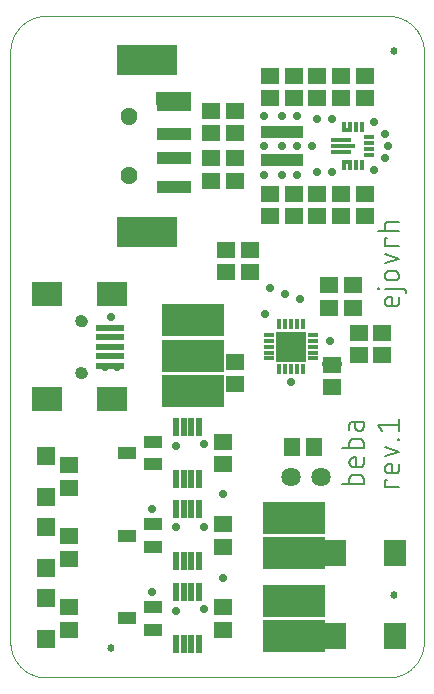
<source format=gts>
G04 EAGLE Gerber RS-274X export*
G75*
%MOMM*%
%FSLAX35Y35*%
%LPD*%
%INsolder_mask_top*%
%IPPOS*%
%AMOC8*
5,1,8,0,0,1.08239X$1,22.5*%
G01*
%ADD10C,0.010000*%
%ADD11C,0.203200*%
%ADD12R,1.627000X1.427000*%
%ADD13R,1.427000X1.627000*%
%ADD14C,1.627000*%
%ADD15R,1.927000X2.327000*%
%ADD16R,0.577000X1.577000*%
%ADD17R,0.927000X0.402000*%
%ADD18R,0.402000X0.927000*%
%ADD19R,2.627000X2.627000*%
%ADD20R,0.927000X0.377000*%
%ADD21R,0.377000X0.927000*%
%ADD22R,2.027000X0.377000*%
%ADD23R,1.677000X0.377000*%
%ADD24R,0.727000X0.377000*%
%ADD25R,3.527000X1.127000*%
%ADD26R,1.627000X1.627000*%
%ADD27R,5.207000X2.667000*%
%ADD28R,1.527000X1.127000*%
%ADD29R,2.377000X0.627000*%
%ADD30R,2.627000X2.127000*%
%ADD31C,0.000000*%
%ADD32C,1.027000*%
%ADD33C,1.427000*%
%ADD34R,2.927000X1.027000*%
%ADD35R,5.127000X2.627000*%
%ADD36C,0.627000*%
%ADD37C,0.731000*%

G36*
X-4274521Y17344861D02*
X-4274521Y17344861D01*
X-4274580Y17344940D01*
X-4274501Y17345000D01*
X-4274501Y17460000D01*
X-4274861Y17460479D01*
X-4274940Y17460420D01*
X-4275000Y17460499D01*
X-4565000Y17460499D01*
X-4565479Y17460139D01*
X-4565420Y17460060D01*
X-4565499Y17460000D01*
X-4565499Y17345000D01*
X-4565139Y17344521D01*
X-4565060Y17344580D01*
X-4565000Y17344501D01*
X-4275000Y17344501D01*
X-4274521Y17344861D01*
G37*
D10*
X-2300000Y17800000D02*
X-2300000Y12800000D01*
X-2300088Y12792751D01*
X-2300350Y12785506D01*
X-2300788Y12778270D01*
X-2301401Y12771046D01*
X-2302187Y12763839D01*
X-2303148Y12756653D01*
X-2304282Y12749493D01*
X-2305589Y12742362D01*
X-2307068Y12735265D01*
X-2308717Y12728205D01*
X-2310537Y12721188D01*
X-2312526Y12714216D01*
X-2314683Y12707295D01*
X-2317006Y12700428D01*
X-2319495Y12693619D01*
X-2322148Y12686872D01*
X-2324962Y12680191D01*
X-2327938Y12673580D01*
X-2331072Y12667043D01*
X-2334363Y12660583D01*
X-2337810Y12654205D01*
X-2341409Y12647912D01*
X-2345160Y12641708D01*
X-2349059Y12635596D01*
X-2353105Y12629581D01*
X-2357295Y12623664D01*
X-2361627Y12617851D01*
X-2366098Y12612144D01*
X-2370705Y12606547D01*
X-2375447Y12601063D01*
X-2380319Y12595695D01*
X-2385320Y12590447D01*
X-2390447Y12585320D01*
X-2395695Y12580319D01*
X-2401063Y12575447D01*
X-2406547Y12570705D01*
X-2412144Y12566098D01*
X-2417851Y12561627D01*
X-2423664Y12557295D01*
X-2429581Y12553105D01*
X-2435596Y12549059D01*
X-2441708Y12545160D01*
X-2447912Y12541409D01*
X-2454205Y12537810D01*
X-2460583Y12534363D01*
X-2467043Y12531072D01*
X-2473580Y12527938D01*
X-2480191Y12524962D01*
X-2486872Y12522148D01*
X-2493619Y12519495D01*
X-2500428Y12517006D01*
X-2507295Y12514683D01*
X-2514216Y12512526D01*
X-2521188Y12510537D01*
X-2528205Y12508717D01*
X-2535265Y12507068D01*
X-2542362Y12505589D01*
X-2549493Y12504282D01*
X-2556653Y12503148D01*
X-2563839Y12502187D01*
X-2571046Y12501401D01*
X-2578270Y12500788D01*
X-2585506Y12500350D01*
X-2592751Y12500088D01*
X-2600000Y12500000D01*
X-5500000Y12500000D01*
X-5507249Y12500088D01*
X-5514494Y12500350D01*
X-5521730Y12500788D01*
X-5528954Y12501401D01*
X-5536161Y12502187D01*
X-5543347Y12503148D01*
X-5550507Y12504282D01*
X-5557638Y12505589D01*
X-5564735Y12507068D01*
X-5571795Y12508717D01*
X-5578812Y12510537D01*
X-5585784Y12512526D01*
X-5592705Y12514683D01*
X-5599572Y12517006D01*
X-5606381Y12519495D01*
X-5613128Y12522148D01*
X-5619809Y12524962D01*
X-5626420Y12527938D01*
X-5632957Y12531072D01*
X-5639417Y12534363D01*
X-5645795Y12537810D01*
X-5652088Y12541409D01*
X-5658292Y12545160D01*
X-5664404Y12549059D01*
X-5670419Y12553105D01*
X-5676336Y12557295D01*
X-5682149Y12561627D01*
X-5687856Y12566098D01*
X-5693453Y12570705D01*
X-5698937Y12575447D01*
X-5704305Y12580319D01*
X-5709553Y12585320D01*
X-5714680Y12590447D01*
X-5719681Y12595695D01*
X-5724553Y12601063D01*
X-5729295Y12606547D01*
X-5733902Y12612144D01*
X-5738373Y12617851D01*
X-5742705Y12623664D01*
X-5746895Y12629581D01*
X-5750941Y12635596D01*
X-5754840Y12641708D01*
X-5758591Y12647912D01*
X-5762190Y12654205D01*
X-5765637Y12660583D01*
X-5768928Y12667043D01*
X-5772062Y12673580D01*
X-5775038Y12680191D01*
X-5777852Y12686872D01*
X-5780505Y12693619D01*
X-5782994Y12700428D01*
X-5785317Y12707295D01*
X-5787474Y12714216D01*
X-5789463Y12721188D01*
X-5791283Y12728205D01*
X-5792932Y12735265D01*
X-5794411Y12742362D01*
X-5795718Y12749493D01*
X-5796852Y12756653D01*
X-5797813Y12763839D01*
X-5798599Y12771046D01*
X-5799212Y12778270D01*
X-5799650Y12785506D01*
X-5799912Y12792751D01*
X-5800000Y12800000D01*
X-5800000Y17800000D01*
X-5799912Y17807249D01*
X-5799650Y17814494D01*
X-5799212Y17821730D01*
X-5798599Y17828954D01*
X-5797813Y17836161D01*
X-5796852Y17843347D01*
X-5795718Y17850507D01*
X-5794411Y17857638D01*
X-5792932Y17864735D01*
X-5791283Y17871795D01*
X-5789463Y17878812D01*
X-5787474Y17885784D01*
X-5785317Y17892705D01*
X-5782994Y17899572D01*
X-5780505Y17906381D01*
X-5777852Y17913128D01*
X-5775038Y17919809D01*
X-5772062Y17926420D01*
X-5768928Y17932957D01*
X-5765637Y17939417D01*
X-5762190Y17945795D01*
X-5758591Y17952088D01*
X-5754840Y17958292D01*
X-5750941Y17964404D01*
X-5746895Y17970419D01*
X-5742705Y17976336D01*
X-5738373Y17982149D01*
X-5733902Y17987856D01*
X-5729295Y17993453D01*
X-5724553Y17998937D01*
X-5719681Y18004305D01*
X-5714680Y18009553D01*
X-5709553Y18014680D01*
X-5704305Y18019681D01*
X-5698937Y18024553D01*
X-5693453Y18029295D01*
X-5687856Y18033902D01*
X-5682149Y18038373D01*
X-5676336Y18042705D01*
X-5670419Y18046895D01*
X-5664404Y18050941D01*
X-5658292Y18054840D01*
X-5652088Y18058591D01*
X-5645795Y18062190D01*
X-5639417Y18065637D01*
X-5632957Y18068928D01*
X-5626420Y18072062D01*
X-5619809Y18075038D01*
X-5613128Y18077852D01*
X-5606381Y18080505D01*
X-5599572Y18082994D01*
X-5592705Y18085317D01*
X-5585784Y18087474D01*
X-5578812Y18089463D01*
X-5571795Y18091283D01*
X-5564735Y18092932D01*
X-5557638Y18094411D01*
X-5550507Y18095718D01*
X-5543347Y18096852D01*
X-5536161Y18097813D01*
X-5528954Y18098599D01*
X-5521730Y18099212D01*
X-5514494Y18099650D01*
X-5507249Y18099912D01*
X-5500000Y18100000D01*
X-2600000Y18100000D01*
X-2592751Y18099912D01*
X-2585506Y18099650D01*
X-2578270Y18099212D01*
X-2571046Y18098599D01*
X-2563839Y18097813D01*
X-2556653Y18096852D01*
X-2549493Y18095718D01*
X-2542362Y18094411D01*
X-2535265Y18092932D01*
X-2528205Y18091283D01*
X-2521188Y18089463D01*
X-2514216Y18087474D01*
X-2507295Y18085317D01*
X-2500428Y18082994D01*
X-2493619Y18080505D01*
X-2486872Y18077852D01*
X-2480191Y18075038D01*
X-2473580Y18072062D01*
X-2467043Y18068928D01*
X-2460583Y18065637D01*
X-2454205Y18062190D01*
X-2447912Y18058591D01*
X-2441708Y18054840D01*
X-2435596Y18050941D01*
X-2429581Y18046895D01*
X-2423664Y18042705D01*
X-2417851Y18038373D01*
X-2412144Y18033902D01*
X-2406547Y18029295D01*
X-2401063Y18024553D01*
X-2395695Y18019681D01*
X-2390447Y18014680D01*
X-2385320Y18009553D01*
X-2380319Y18004305D01*
X-2375447Y17998937D01*
X-2370705Y17993453D01*
X-2366098Y17987856D01*
X-2361627Y17982149D01*
X-2357295Y17976336D01*
X-2353105Y17970419D01*
X-2349059Y17964404D01*
X-2345160Y17958292D01*
X-2341409Y17952088D01*
X-2337810Y17945795D01*
X-2334363Y17939417D01*
X-2331072Y17932957D01*
X-2327938Y17926420D01*
X-2324962Y17919809D01*
X-2322148Y17913128D01*
X-2319495Y17906381D01*
X-2317006Y17899572D01*
X-2314683Y17892705D01*
X-2312526Y17885784D01*
X-2310537Y17878812D01*
X-2308717Y17871795D01*
X-2307068Y17864735D01*
X-2305589Y17857638D01*
X-2304282Y17850507D01*
X-2303148Y17843347D01*
X-2302187Y17836161D01*
X-2301401Y17828954D01*
X-2300788Y17821730D01*
X-2300350Y17814494D01*
X-2300088Y17807249D01*
X-2300000Y17800000D01*
D11*
X-2810160Y14133753D02*
X-2989840Y14133753D01*
X-2810160Y14133753D02*
X-2810160Y14183664D01*
X-2810169Y14184388D01*
X-2810195Y14185111D01*
X-2810239Y14185833D01*
X-2810300Y14186554D01*
X-2810378Y14187274D01*
X-2810474Y14187991D01*
X-2810587Y14188706D01*
X-2810718Y14189417D01*
X-2810866Y14190126D01*
X-2811030Y14190831D01*
X-2811212Y14191531D01*
X-2811410Y14192227D01*
X-2811626Y14192918D01*
X-2811858Y14193603D01*
X-2812106Y14194283D01*
X-2812371Y14194957D01*
X-2812652Y14195623D01*
X-2812949Y14196283D01*
X-2813262Y14196936D01*
X-2813590Y14197581D01*
X-2813934Y14198217D01*
X-2814294Y14198846D01*
X-2814668Y14199465D01*
X-2815057Y14200075D01*
X-2815461Y14200675D01*
X-2815879Y14201266D01*
X-2816312Y14201846D01*
X-2816758Y14202416D01*
X-2817218Y14202975D01*
X-2817691Y14203522D01*
X-2818178Y14204058D01*
X-2818677Y14204582D01*
X-2819188Y14205093D01*
X-2819712Y14205593D01*
X-2820248Y14206079D01*
X-2820796Y14206552D01*
X-2821354Y14207012D01*
X-2821924Y14207459D01*
X-2822504Y14207891D01*
X-2823095Y14208309D01*
X-2823695Y14208713D01*
X-2824305Y14209102D01*
X-2824925Y14209477D01*
X-2825553Y14209836D01*
X-2826190Y14210180D01*
X-2826834Y14210508D01*
X-2827487Y14210821D01*
X-2828147Y14211118D01*
X-2828814Y14211399D01*
X-2829487Y14211664D01*
X-2830167Y14211912D01*
X-2830852Y14212144D01*
X-2831543Y14212360D01*
X-2832239Y14212558D01*
X-2832940Y14212740D01*
X-2833644Y14212905D01*
X-2834353Y14213052D01*
X-2835065Y14213183D01*
X-2835779Y14213296D01*
X-2836497Y14213392D01*
X-2837216Y14213470D01*
X-2837937Y14213531D01*
X-2838660Y14213575D01*
X-2839383Y14213601D01*
X-2840106Y14213610D01*
X-2840107Y14213611D02*
X-2900000Y14213611D01*
X-2900724Y14213602D01*
X-2901447Y14213576D01*
X-2902169Y14213532D01*
X-2902890Y14213471D01*
X-2903610Y14213393D01*
X-2904327Y14213297D01*
X-2905042Y14213184D01*
X-2905754Y14213053D01*
X-2906462Y14212905D01*
X-2907167Y14212741D01*
X-2907867Y14212559D01*
X-2908563Y14212361D01*
X-2909254Y14212145D01*
X-2909940Y14211913D01*
X-2910619Y14211665D01*
X-2911293Y14211400D01*
X-2911960Y14211119D01*
X-2912620Y14210822D01*
X-2913272Y14210509D01*
X-2913917Y14210181D01*
X-2914554Y14209837D01*
X-2915182Y14209477D01*
X-2915801Y14209103D01*
X-2916411Y14208714D01*
X-2917012Y14208310D01*
X-2917602Y14207892D01*
X-2918183Y14207459D01*
X-2918752Y14207013D01*
X-2919311Y14206553D01*
X-2919859Y14206080D01*
X-2920394Y14205593D01*
X-2920918Y14205094D01*
X-2921430Y14204582D01*
X-2921929Y14204058D01*
X-2922416Y14203523D01*
X-2922889Y14202975D01*
X-2923349Y14202416D01*
X-2923795Y14201847D01*
X-2924228Y14201266D01*
X-2924646Y14200676D01*
X-2925050Y14200075D01*
X-2925439Y14199465D01*
X-2925813Y14198846D01*
X-2926173Y14198218D01*
X-2926517Y14197581D01*
X-2926845Y14196936D01*
X-2927158Y14196284D01*
X-2927455Y14195624D01*
X-2927736Y14194957D01*
X-2928001Y14194283D01*
X-2928249Y14193604D01*
X-2928481Y14192918D01*
X-2928697Y14192227D01*
X-2928895Y14191531D01*
X-2929077Y14190831D01*
X-2929241Y14190126D01*
X-2929389Y14189418D01*
X-2929520Y14188706D01*
X-2929633Y14187991D01*
X-2929729Y14187274D01*
X-2929807Y14186554D01*
X-2929868Y14185833D01*
X-2929912Y14185111D01*
X-2929938Y14184388D01*
X-2929947Y14183664D01*
X-2929947Y14133753D01*
X-2810160Y14312393D02*
X-2810160Y14362304D01*
X-2810160Y14312393D02*
X-2810169Y14311669D01*
X-2810195Y14310946D01*
X-2810239Y14310224D01*
X-2810300Y14309503D01*
X-2810378Y14308783D01*
X-2810474Y14308066D01*
X-2810587Y14307351D01*
X-2810718Y14306639D01*
X-2810866Y14305931D01*
X-2811030Y14305226D01*
X-2811212Y14304526D01*
X-2811410Y14303830D01*
X-2811626Y14303139D01*
X-2811858Y14302453D01*
X-2812106Y14301774D01*
X-2812371Y14301100D01*
X-2812652Y14300433D01*
X-2812949Y14299773D01*
X-2813262Y14299121D01*
X-2813590Y14298476D01*
X-2813934Y14297839D01*
X-2814294Y14297211D01*
X-2814668Y14296592D01*
X-2815057Y14295982D01*
X-2815461Y14295381D01*
X-2815879Y14294791D01*
X-2816312Y14294210D01*
X-2816758Y14293641D01*
X-2817218Y14293082D01*
X-2817691Y14292534D01*
X-2818178Y14291999D01*
X-2818677Y14291475D01*
X-2819189Y14290963D01*
X-2819713Y14290464D01*
X-2820248Y14289977D01*
X-2820796Y14289504D01*
X-2821355Y14289044D01*
X-2821924Y14288598D01*
X-2822505Y14288165D01*
X-2823095Y14287747D01*
X-2823696Y14287343D01*
X-2824306Y14286954D01*
X-2824925Y14286580D01*
X-2825553Y14286220D01*
X-2826190Y14285876D01*
X-2826835Y14285548D01*
X-2827487Y14285235D01*
X-2828147Y14284938D01*
X-2828814Y14284657D01*
X-2829488Y14284392D01*
X-2830167Y14284144D01*
X-2830853Y14283912D01*
X-2831544Y14283696D01*
X-2832240Y14283498D01*
X-2832940Y14283316D01*
X-2833645Y14283152D01*
X-2834353Y14283004D01*
X-2835065Y14282873D01*
X-2835780Y14282760D01*
X-2836497Y14282664D01*
X-2837217Y14282586D01*
X-2837938Y14282525D01*
X-2838660Y14282481D01*
X-2839383Y14282455D01*
X-2840107Y14282446D01*
X-2890018Y14282446D01*
X-2890990Y14282458D01*
X-2891962Y14282493D01*
X-2892933Y14282553D01*
X-2893901Y14282635D01*
X-2894868Y14282742D01*
X-2895832Y14282872D01*
X-2896792Y14283025D01*
X-2897748Y14283201D01*
X-2898700Y14283401D01*
X-2899646Y14283624D01*
X-2900587Y14283870D01*
X-2901522Y14284139D01*
X-2902449Y14284430D01*
X-2903369Y14284744D01*
X-2904282Y14285081D01*
X-2905186Y14285439D01*
X-2906081Y14285819D01*
X-2906966Y14286221D01*
X-2907841Y14286645D01*
X-2908706Y14287089D01*
X-2909560Y14287555D01*
X-2910402Y14288041D01*
X-2911232Y14288548D01*
X-2912050Y14289074D01*
X-2912854Y14289621D01*
X-2913645Y14290186D01*
X-2914422Y14290771D01*
X-2915184Y14291375D01*
X-2915931Y14291997D01*
X-2916663Y14292637D01*
X-2917380Y14293295D01*
X-2918080Y14293970D01*
X-2918763Y14294661D01*
X-2919429Y14295370D01*
X-2920078Y14296094D01*
X-2920709Y14296833D01*
X-2921322Y14297588D01*
X-2921916Y14298358D01*
X-2922492Y14299142D01*
X-2923048Y14299940D01*
X-2923584Y14300751D01*
X-2924101Y14301574D01*
X-2924598Y14302411D01*
X-2925073Y14303258D01*
X-2925529Y14304118D01*
X-2925963Y14304988D01*
X-2926375Y14305868D01*
X-2926767Y14306759D01*
X-2927136Y14307658D01*
X-2927483Y14308566D01*
X-2927808Y14309483D01*
X-2928111Y14310407D01*
X-2928391Y14311338D01*
X-2928649Y14312276D01*
X-2928883Y14313219D01*
X-2929095Y14314168D01*
X-2929283Y14315122D01*
X-2929448Y14316081D01*
X-2929589Y14317043D01*
X-2929707Y14318008D01*
X-2929802Y14318976D01*
X-2929873Y14319945D01*
X-2929920Y14320917D01*
X-2929944Y14321889D01*
X-2929944Y14322861D01*
X-2929920Y14323833D01*
X-2929873Y14324805D01*
X-2929802Y14325774D01*
X-2929707Y14326742D01*
X-2929589Y14327707D01*
X-2929448Y14328669D01*
X-2929283Y14329628D01*
X-2929095Y14330582D01*
X-2928883Y14331531D01*
X-2928649Y14332474D01*
X-2928391Y14333412D01*
X-2928111Y14334343D01*
X-2927808Y14335267D01*
X-2927483Y14336184D01*
X-2927136Y14337092D01*
X-2926767Y14337991D01*
X-2926375Y14338882D01*
X-2925963Y14339762D01*
X-2925529Y14340632D01*
X-2925073Y14341492D01*
X-2924598Y14342340D01*
X-2924101Y14343176D01*
X-2923584Y14343999D01*
X-2923048Y14344810D01*
X-2922492Y14345608D01*
X-2921916Y14346392D01*
X-2921322Y14347162D01*
X-2920709Y14347917D01*
X-2920078Y14348656D01*
X-2919429Y14349380D01*
X-2918763Y14350089D01*
X-2918080Y14350780D01*
X-2917380Y14351455D01*
X-2916663Y14352113D01*
X-2915931Y14352753D01*
X-2915184Y14353375D01*
X-2914422Y14353979D01*
X-2913645Y14354564D01*
X-2912854Y14355129D01*
X-2912050Y14355676D01*
X-2911232Y14356202D01*
X-2910402Y14356709D01*
X-2909560Y14357195D01*
X-2908706Y14357661D01*
X-2907841Y14358105D01*
X-2906966Y14358529D01*
X-2906081Y14358931D01*
X-2905186Y14359311D01*
X-2904282Y14359669D01*
X-2903369Y14360006D01*
X-2902449Y14360320D01*
X-2901522Y14360611D01*
X-2900587Y14360880D01*
X-2899646Y14361126D01*
X-2898700Y14361349D01*
X-2897748Y14361549D01*
X-2896792Y14361725D01*
X-2895832Y14361878D01*
X-2894868Y14362008D01*
X-2893901Y14362115D01*
X-2892933Y14362197D01*
X-2891962Y14362257D01*
X-2890990Y14362292D01*
X-2890018Y14362304D01*
X-2870053Y14362304D01*
X-2870053Y14282446D01*
X-2810160Y14438503D02*
X-2989840Y14438503D01*
X-2810160Y14438503D02*
X-2810160Y14488414D01*
X-2810169Y14489138D01*
X-2810195Y14489861D01*
X-2810239Y14490583D01*
X-2810300Y14491304D01*
X-2810378Y14492024D01*
X-2810474Y14492741D01*
X-2810587Y14493456D01*
X-2810718Y14494167D01*
X-2810866Y14494876D01*
X-2811030Y14495581D01*
X-2811212Y14496281D01*
X-2811410Y14496977D01*
X-2811626Y14497668D01*
X-2811858Y14498353D01*
X-2812106Y14499033D01*
X-2812371Y14499707D01*
X-2812652Y14500373D01*
X-2812949Y14501033D01*
X-2813262Y14501686D01*
X-2813590Y14502331D01*
X-2813934Y14502967D01*
X-2814294Y14503596D01*
X-2814668Y14504215D01*
X-2815057Y14504825D01*
X-2815461Y14505425D01*
X-2815879Y14506016D01*
X-2816312Y14506596D01*
X-2816758Y14507166D01*
X-2817218Y14507725D01*
X-2817691Y14508272D01*
X-2818178Y14508808D01*
X-2818677Y14509332D01*
X-2819188Y14509843D01*
X-2819712Y14510343D01*
X-2820248Y14510829D01*
X-2820796Y14511302D01*
X-2821354Y14511762D01*
X-2821924Y14512209D01*
X-2822504Y14512641D01*
X-2823095Y14513059D01*
X-2823695Y14513463D01*
X-2824305Y14513852D01*
X-2824925Y14514227D01*
X-2825553Y14514586D01*
X-2826190Y14514930D01*
X-2826834Y14515258D01*
X-2827487Y14515571D01*
X-2828147Y14515868D01*
X-2828814Y14516149D01*
X-2829487Y14516414D01*
X-2830167Y14516662D01*
X-2830852Y14516894D01*
X-2831543Y14517110D01*
X-2832239Y14517308D01*
X-2832940Y14517490D01*
X-2833644Y14517655D01*
X-2834353Y14517802D01*
X-2835065Y14517933D01*
X-2835779Y14518046D01*
X-2836497Y14518142D01*
X-2837216Y14518220D01*
X-2837937Y14518281D01*
X-2838660Y14518325D01*
X-2839383Y14518351D01*
X-2840106Y14518360D01*
X-2840107Y14518361D02*
X-2900000Y14518361D01*
X-2900724Y14518352D01*
X-2901447Y14518326D01*
X-2902169Y14518282D01*
X-2902890Y14518221D01*
X-2903610Y14518143D01*
X-2904327Y14518047D01*
X-2905042Y14517934D01*
X-2905754Y14517803D01*
X-2906462Y14517655D01*
X-2907167Y14517491D01*
X-2907867Y14517309D01*
X-2908563Y14517111D01*
X-2909254Y14516895D01*
X-2909940Y14516663D01*
X-2910619Y14516415D01*
X-2911293Y14516150D01*
X-2911960Y14515869D01*
X-2912620Y14515572D01*
X-2913272Y14515259D01*
X-2913917Y14514931D01*
X-2914554Y14514587D01*
X-2915182Y14514227D01*
X-2915801Y14513853D01*
X-2916411Y14513464D01*
X-2917012Y14513060D01*
X-2917602Y14512642D01*
X-2918183Y14512209D01*
X-2918752Y14511763D01*
X-2919311Y14511303D01*
X-2919859Y14510830D01*
X-2920394Y14510343D01*
X-2920918Y14509844D01*
X-2921430Y14509332D01*
X-2921929Y14508808D01*
X-2922416Y14508273D01*
X-2922889Y14507725D01*
X-2923349Y14507166D01*
X-2923795Y14506597D01*
X-2924228Y14506016D01*
X-2924646Y14505426D01*
X-2925050Y14504825D01*
X-2925439Y14504215D01*
X-2925813Y14503596D01*
X-2926173Y14502968D01*
X-2926517Y14502331D01*
X-2926845Y14501686D01*
X-2927158Y14501034D01*
X-2927455Y14500374D01*
X-2927736Y14499707D01*
X-2928001Y14499033D01*
X-2928249Y14498354D01*
X-2928481Y14497668D01*
X-2928697Y14496977D01*
X-2928895Y14496281D01*
X-2929077Y14495581D01*
X-2929241Y14494876D01*
X-2929389Y14494168D01*
X-2929520Y14493456D01*
X-2929633Y14492741D01*
X-2929729Y14492024D01*
X-2929807Y14491304D01*
X-2929868Y14490583D01*
X-2929912Y14489861D01*
X-2929938Y14489138D01*
X-2929947Y14488414D01*
X-2929947Y14438503D01*
X-2880035Y14621326D02*
X-2880035Y14666246D01*
X-2880036Y14621326D02*
X-2880026Y14620475D01*
X-2879995Y14619625D01*
X-2879943Y14618776D01*
X-2879870Y14617928D01*
X-2879777Y14617082D01*
X-2879664Y14616239D01*
X-2879530Y14615399D01*
X-2879375Y14614562D01*
X-2879200Y14613729D01*
X-2879005Y14612901D01*
X-2878790Y14612078D01*
X-2878555Y14611260D01*
X-2878300Y14610449D01*
X-2878025Y14609643D01*
X-2877731Y14608845D01*
X-2877417Y14608054D01*
X-2877084Y14607271D01*
X-2876733Y14606496D01*
X-2876362Y14605730D01*
X-2875973Y14604974D01*
X-2875566Y14604227D01*
X-2875140Y14603490D01*
X-2874697Y14602764D01*
X-2874236Y14602048D01*
X-2873758Y14601345D01*
X-2873263Y14600653D01*
X-2872751Y14599973D01*
X-2872223Y14599306D01*
X-2871679Y14598652D01*
X-2871119Y14598011D01*
X-2870543Y14597384D01*
X-2869953Y14596772D01*
X-2869348Y14596174D01*
X-2868728Y14595591D01*
X-2868094Y14595023D01*
X-2867447Y14594471D01*
X-2866786Y14593935D01*
X-2866113Y14593415D01*
X-2865427Y14592911D01*
X-2864729Y14592425D01*
X-2864019Y14591955D01*
X-2863299Y14591503D01*
X-2862567Y14591069D01*
X-2861825Y14590652D01*
X-2861073Y14590254D01*
X-2860312Y14589874D01*
X-2859541Y14589513D01*
X-2858762Y14589171D01*
X-2857975Y14588848D01*
X-2857181Y14588544D01*
X-2856379Y14588259D01*
X-2855570Y14587994D01*
X-2854755Y14587749D01*
X-2853935Y14587524D01*
X-2853109Y14587319D01*
X-2852279Y14587134D01*
X-2851444Y14586969D01*
X-2850606Y14586825D01*
X-2849764Y14586701D01*
X-2848919Y14586598D01*
X-2848072Y14586515D01*
X-2847224Y14586453D01*
X-2846374Y14586411D01*
X-2845523Y14586391D01*
X-2844673Y14586391D01*
X-2843822Y14586411D01*
X-2842972Y14586453D01*
X-2842124Y14586515D01*
X-2841277Y14586598D01*
X-2840432Y14586701D01*
X-2839590Y14586825D01*
X-2838752Y14586969D01*
X-2837917Y14587134D01*
X-2837087Y14587319D01*
X-2836261Y14587524D01*
X-2835441Y14587749D01*
X-2834626Y14587994D01*
X-2833817Y14588259D01*
X-2833015Y14588544D01*
X-2832221Y14588848D01*
X-2831434Y14589171D01*
X-2830655Y14589513D01*
X-2829884Y14589874D01*
X-2829123Y14590254D01*
X-2828371Y14590652D01*
X-2827629Y14591069D01*
X-2826897Y14591503D01*
X-2826177Y14591955D01*
X-2825467Y14592425D01*
X-2824769Y14592911D01*
X-2824083Y14593415D01*
X-2823410Y14593935D01*
X-2822749Y14594471D01*
X-2822102Y14595023D01*
X-2821468Y14595591D01*
X-2820848Y14596174D01*
X-2820243Y14596772D01*
X-2819653Y14597384D01*
X-2819077Y14598011D01*
X-2818517Y14598652D01*
X-2817973Y14599306D01*
X-2817445Y14599973D01*
X-2816933Y14600653D01*
X-2816438Y14601345D01*
X-2815960Y14602048D01*
X-2815499Y14602764D01*
X-2815056Y14603490D01*
X-2814630Y14604227D01*
X-2814223Y14604974D01*
X-2813834Y14605730D01*
X-2813463Y14606496D01*
X-2813112Y14607271D01*
X-2812779Y14608054D01*
X-2812465Y14608845D01*
X-2812171Y14609643D01*
X-2811896Y14610449D01*
X-2811641Y14611260D01*
X-2811406Y14612078D01*
X-2811191Y14612901D01*
X-2810996Y14613729D01*
X-2810821Y14614562D01*
X-2810666Y14615399D01*
X-2810532Y14616239D01*
X-2810419Y14617082D01*
X-2810326Y14617928D01*
X-2810253Y14618776D01*
X-2810201Y14619625D01*
X-2810170Y14620475D01*
X-2810160Y14621326D01*
X-2810160Y14666246D01*
X-2900000Y14666246D01*
X-2900000Y14666247D02*
X-2900724Y14666238D01*
X-2901447Y14666212D01*
X-2902169Y14666168D01*
X-2902890Y14666107D01*
X-2903610Y14666029D01*
X-2904327Y14665933D01*
X-2905042Y14665820D01*
X-2905754Y14665689D01*
X-2906462Y14665541D01*
X-2907167Y14665377D01*
X-2907867Y14665195D01*
X-2908563Y14664997D01*
X-2909254Y14664781D01*
X-2909940Y14664549D01*
X-2910619Y14664301D01*
X-2911293Y14664036D01*
X-2911960Y14663755D01*
X-2912620Y14663458D01*
X-2913272Y14663145D01*
X-2913917Y14662817D01*
X-2914554Y14662473D01*
X-2915182Y14662113D01*
X-2915801Y14661739D01*
X-2916411Y14661350D01*
X-2917012Y14660946D01*
X-2917602Y14660528D01*
X-2918183Y14660095D01*
X-2918752Y14659649D01*
X-2919311Y14659189D01*
X-2919859Y14658716D01*
X-2920394Y14658229D01*
X-2920918Y14657730D01*
X-2921430Y14657218D01*
X-2921929Y14656694D01*
X-2922416Y14656159D01*
X-2922889Y14655611D01*
X-2923349Y14655052D01*
X-2923795Y14654483D01*
X-2924228Y14653902D01*
X-2924646Y14653312D01*
X-2925050Y14652711D01*
X-2925439Y14652101D01*
X-2925813Y14651482D01*
X-2926173Y14650854D01*
X-2926517Y14650217D01*
X-2926845Y14649572D01*
X-2927158Y14648920D01*
X-2927455Y14648260D01*
X-2927736Y14647593D01*
X-2928001Y14646919D01*
X-2928249Y14646240D01*
X-2928481Y14645554D01*
X-2928697Y14644863D01*
X-2928895Y14644167D01*
X-2929077Y14643467D01*
X-2929241Y14642762D01*
X-2929389Y14642054D01*
X-2929520Y14641342D01*
X-2929633Y14640627D01*
X-2929729Y14639910D01*
X-2929807Y14639190D01*
X-2929868Y14638469D01*
X-2929912Y14637747D01*
X-2929938Y14637024D01*
X-2929947Y14636300D01*
X-2929947Y14596371D01*
X-2629947Y14114058D02*
X-2510160Y14114058D01*
X-2629947Y14114058D02*
X-2629947Y14173952D01*
X-2609982Y14173952D01*
X-2510160Y14258049D02*
X-2510160Y14307960D01*
X-2510160Y14258049D02*
X-2510169Y14257325D01*
X-2510195Y14256602D01*
X-2510239Y14255880D01*
X-2510300Y14255159D01*
X-2510378Y14254439D01*
X-2510474Y14253722D01*
X-2510587Y14253007D01*
X-2510718Y14252295D01*
X-2510866Y14251587D01*
X-2511030Y14250882D01*
X-2511212Y14250182D01*
X-2511410Y14249486D01*
X-2511626Y14248795D01*
X-2511858Y14248109D01*
X-2512106Y14247430D01*
X-2512371Y14246756D01*
X-2512652Y14246089D01*
X-2512949Y14245429D01*
X-2513262Y14244777D01*
X-2513590Y14244132D01*
X-2513934Y14243495D01*
X-2514294Y14242867D01*
X-2514668Y14242248D01*
X-2515057Y14241638D01*
X-2515461Y14241037D01*
X-2515879Y14240447D01*
X-2516312Y14239866D01*
X-2516758Y14239297D01*
X-2517218Y14238738D01*
X-2517691Y14238190D01*
X-2518178Y14237655D01*
X-2518677Y14237131D01*
X-2519189Y14236619D01*
X-2519713Y14236120D01*
X-2520248Y14235633D01*
X-2520796Y14235160D01*
X-2521355Y14234700D01*
X-2521924Y14234254D01*
X-2522505Y14233821D01*
X-2523095Y14233403D01*
X-2523696Y14232999D01*
X-2524306Y14232610D01*
X-2524925Y14232236D01*
X-2525553Y14231876D01*
X-2526190Y14231532D01*
X-2526835Y14231204D01*
X-2527487Y14230891D01*
X-2528147Y14230594D01*
X-2528814Y14230313D01*
X-2529488Y14230048D01*
X-2530167Y14229800D01*
X-2530853Y14229568D01*
X-2531544Y14229352D01*
X-2532240Y14229154D01*
X-2532940Y14228972D01*
X-2533645Y14228808D01*
X-2534353Y14228660D01*
X-2535065Y14228529D01*
X-2535780Y14228416D01*
X-2536497Y14228320D01*
X-2537217Y14228242D01*
X-2537938Y14228181D01*
X-2538660Y14228137D01*
X-2539383Y14228111D01*
X-2540107Y14228102D01*
X-2590018Y14228102D01*
X-2590990Y14228114D01*
X-2591962Y14228149D01*
X-2592933Y14228209D01*
X-2593901Y14228291D01*
X-2594868Y14228398D01*
X-2595832Y14228528D01*
X-2596792Y14228681D01*
X-2597748Y14228857D01*
X-2598700Y14229057D01*
X-2599646Y14229280D01*
X-2600587Y14229526D01*
X-2601522Y14229795D01*
X-2602449Y14230086D01*
X-2603369Y14230400D01*
X-2604282Y14230737D01*
X-2605186Y14231095D01*
X-2606081Y14231475D01*
X-2606966Y14231877D01*
X-2607841Y14232301D01*
X-2608706Y14232745D01*
X-2609560Y14233211D01*
X-2610402Y14233697D01*
X-2611232Y14234204D01*
X-2612050Y14234730D01*
X-2612854Y14235277D01*
X-2613645Y14235842D01*
X-2614422Y14236427D01*
X-2615184Y14237031D01*
X-2615931Y14237653D01*
X-2616663Y14238293D01*
X-2617380Y14238951D01*
X-2618080Y14239626D01*
X-2618763Y14240317D01*
X-2619429Y14241026D01*
X-2620078Y14241750D01*
X-2620709Y14242489D01*
X-2621322Y14243244D01*
X-2621916Y14244014D01*
X-2622492Y14244798D01*
X-2623048Y14245596D01*
X-2623584Y14246407D01*
X-2624101Y14247230D01*
X-2624598Y14248067D01*
X-2625073Y14248914D01*
X-2625529Y14249774D01*
X-2625963Y14250644D01*
X-2626375Y14251524D01*
X-2626767Y14252415D01*
X-2627136Y14253314D01*
X-2627483Y14254222D01*
X-2627808Y14255139D01*
X-2628111Y14256063D01*
X-2628391Y14256994D01*
X-2628649Y14257932D01*
X-2628883Y14258875D01*
X-2629095Y14259824D01*
X-2629283Y14260778D01*
X-2629448Y14261737D01*
X-2629589Y14262699D01*
X-2629707Y14263664D01*
X-2629802Y14264632D01*
X-2629873Y14265601D01*
X-2629920Y14266573D01*
X-2629944Y14267545D01*
X-2629944Y14268517D01*
X-2629920Y14269489D01*
X-2629873Y14270461D01*
X-2629802Y14271430D01*
X-2629707Y14272398D01*
X-2629589Y14273363D01*
X-2629448Y14274325D01*
X-2629283Y14275284D01*
X-2629095Y14276238D01*
X-2628883Y14277187D01*
X-2628649Y14278130D01*
X-2628391Y14279068D01*
X-2628111Y14279999D01*
X-2627808Y14280923D01*
X-2627483Y14281840D01*
X-2627136Y14282748D01*
X-2626767Y14283647D01*
X-2626375Y14284538D01*
X-2625963Y14285418D01*
X-2625529Y14286288D01*
X-2625073Y14287148D01*
X-2624598Y14287996D01*
X-2624101Y14288832D01*
X-2623584Y14289655D01*
X-2623048Y14290466D01*
X-2622492Y14291264D01*
X-2621916Y14292048D01*
X-2621322Y14292818D01*
X-2620709Y14293573D01*
X-2620078Y14294312D01*
X-2619429Y14295036D01*
X-2618763Y14295745D01*
X-2618080Y14296436D01*
X-2617380Y14297111D01*
X-2616663Y14297769D01*
X-2615931Y14298409D01*
X-2615184Y14299031D01*
X-2614422Y14299635D01*
X-2613645Y14300220D01*
X-2612854Y14300785D01*
X-2612050Y14301332D01*
X-2611232Y14301858D01*
X-2610402Y14302365D01*
X-2609560Y14302851D01*
X-2608706Y14303317D01*
X-2607841Y14303761D01*
X-2606966Y14304185D01*
X-2606081Y14304587D01*
X-2605186Y14304967D01*
X-2604282Y14305325D01*
X-2603369Y14305662D01*
X-2602449Y14305976D01*
X-2601522Y14306267D01*
X-2600587Y14306536D01*
X-2599646Y14306782D01*
X-2598700Y14307005D01*
X-2597748Y14307205D01*
X-2596792Y14307381D01*
X-2595832Y14307534D01*
X-2594868Y14307664D01*
X-2593901Y14307771D01*
X-2592933Y14307853D01*
X-2591962Y14307913D01*
X-2590990Y14307948D01*
X-2590018Y14307960D01*
X-2570053Y14307960D01*
X-2570053Y14228102D01*
X-2629947Y14371852D02*
X-2510160Y14411781D01*
X-2629947Y14451710D01*
X-2520142Y14510290D02*
X-2510160Y14510290D01*
X-2520142Y14510290D02*
X-2520142Y14520272D01*
X-2510160Y14520272D01*
X-2510160Y14510290D01*
X-2649911Y14586119D02*
X-2689840Y14636030D01*
X-2510160Y14636030D01*
X-2510160Y14586119D02*
X-2510160Y14685942D01*
X-2510160Y15673768D02*
X-2510160Y15723679D01*
X-2510160Y15673768D02*
X-2510169Y15673044D01*
X-2510195Y15672321D01*
X-2510239Y15671599D01*
X-2510300Y15670878D01*
X-2510378Y15670158D01*
X-2510474Y15669441D01*
X-2510587Y15668726D01*
X-2510718Y15668014D01*
X-2510866Y15667306D01*
X-2511030Y15666601D01*
X-2511212Y15665901D01*
X-2511410Y15665205D01*
X-2511626Y15664514D01*
X-2511858Y15663828D01*
X-2512106Y15663149D01*
X-2512371Y15662475D01*
X-2512652Y15661808D01*
X-2512949Y15661148D01*
X-2513262Y15660496D01*
X-2513590Y15659851D01*
X-2513934Y15659214D01*
X-2514294Y15658586D01*
X-2514668Y15657967D01*
X-2515057Y15657357D01*
X-2515461Y15656756D01*
X-2515879Y15656166D01*
X-2516312Y15655585D01*
X-2516758Y15655016D01*
X-2517218Y15654457D01*
X-2517691Y15653909D01*
X-2518178Y15653374D01*
X-2518677Y15652850D01*
X-2519189Y15652338D01*
X-2519713Y15651839D01*
X-2520248Y15651352D01*
X-2520796Y15650879D01*
X-2521355Y15650419D01*
X-2521924Y15649973D01*
X-2522505Y15649540D01*
X-2523095Y15649122D01*
X-2523696Y15648718D01*
X-2524306Y15648329D01*
X-2524925Y15647955D01*
X-2525553Y15647595D01*
X-2526190Y15647251D01*
X-2526835Y15646923D01*
X-2527487Y15646610D01*
X-2528147Y15646313D01*
X-2528814Y15646032D01*
X-2529488Y15645767D01*
X-2530167Y15645519D01*
X-2530853Y15645287D01*
X-2531544Y15645071D01*
X-2532240Y15644873D01*
X-2532940Y15644691D01*
X-2533645Y15644527D01*
X-2534353Y15644379D01*
X-2535065Y15644248D01*
X-2535780Y15644135D01*
X-2536497Y15644039D01*
X-2537217Y15643961D01*
X-2537938Y15643900D01*
X-2538660Y15643856D01*
X-2539383Y15643830D01*
X-2540107Y15643821D01*
X-2540107Y15643822D02*
X-2590018Y15643822D01*
X-2590018Y15643821D02*
X-2590990Y15643833D01*
X-2591962Y15643868D01*
X-2592933Y15643928D01*
X-2593901Y15644010D01*
X-2594868Y15644117D01*
X-2595832Y15644247D01*
X-2596792Y15644400D01*
X-2597748Y15644576D01*
X-2598700Y15644776D01*
X-2599646Y15644999D01*
X-2600587Y15645245D01*
X-2601522Y15645514D01*
X-2602449Y15645805D01*
X-2603369Y15646119D01*
X-2604282Y15646456D01*
X-2605186Y15646814D01*
X-2606081Y15647194D01*
X-2606966Y15647596D01*
X-2607841Y15648020D01*
X-2608706Y15648464D01*
X-2609560Y15648930D01*
X-2610402Y15649416D01*
X-2611232Y15649923D01*
X-2612050Y15650449D01*
X-2612854Y15650996D01*
X-2613645Y15651561D01*
X-2614422Y15652146D01*
X-2615184Y15652750D01*
X-2615931Y15653372D01*
X-2616663Y15654012D01*
X-2617380Y15654670D01*
X-2618080Y15655345D01*
X-2618763Y15656036D01*
X-2619429Y15656745D01*
X-2620078Y15657469D01*
X-2620709Y15658208D01*
X-2621322Y15658963D01*
X-2621916Y15659733D01*
X-2622492Y15660517D01*
X-2623048Y15661315D01*
X-2623584Y15662126D01*
X-2624101Y15662949D01*
X-2624598Y15663786D01*
X-2625073Y15664633D01*
X-2625529Y15665493D01*
X-2625963Y15666363D01*
X-2626375Y15667243D01*
X-2626767Y15668134D01*
X-2627136Y15669033D01*
X-2627483Y15669941D01*
X-2627808Y15670858D01*
X-2628111Y15671782D01*
X-2628391Y15672713D01*
X-2628649Y15673651D01*
X-2628883Y15674594D01*
X-2629095Y15675543D01*
X-2629283Y15676497D01*
X-2629448Y15677456D01*
X-2629589Y15678418D01*
X-2629707Y15679383D01*
X-2629802Y15680351D01*
X-2629873Y15681320D01*
X-2629920Y15682292D01*
X-2629944Y15683264D01*
X-2629944Y15684236D01*
X-2629920Y15685208D01*
X-2629873Y15686180D01*
X-2629802Y15687149D01*
X-2629707Y15688117D01*
X-2629589Y15689082D01*
X-2629448Y15690044D01*
X-2629283Y15691003D01*
X-2629095Y15691957D01*
X-2628883Y15692906D01*
X-2628649Y15693849D01*
X-2628391Y15694787D01*
X-2628111Y15695718D01*
X-2627808Y15696642D01*
X-2627483Y15697559D01*
X-2627136Y15698467D01*
X-2626767Y15699366D01*
X-2626375Y15700257D01*
X-2625963Y15701137D01*
X-2625529Y15702007D01*
X-2625073Y15702867D01*
X-2624598Y15703715D01*
X-2624101Y15704551D01*
X-2623584Y15705374D01*
X-2623048Y15706185D01*
X-2622492Y15706983D01*
X-2621916Y15707767D01*
X-2621322Y15708537D01*
X-2620709Y15709292D01*
X-2620078Y15710031D01*
X-2619429Y15710755D01*
X-2618763Y15711464D01*
X-2618080Y15712155D01*
X-2617380Y15712830D01*
X-2616663Y15713488D01*
X-2615931Y15714128D01*
X-2615184Y15714750D01*
X-2614422Y15715354D01*
X-2613645Y15715939D01*
X-2612854Y15716504D01*
X-2612050Y15717051D01*
X-2611232Y15717577D01*
X-2610402Y15718084D01*
X-2609560Y15718570D01*
X-2608706Y15719036D01*
X-2607841Y15719480D01*
X-2606966Y15719904D01*
X-2606081Y15720306D01*
X-2605186Y15720686D01*
X-2604282Y15721044D01*
X-2603369Y15721381D01*
X-2602449Y15721695D01*
X-2601522Y15721986D01*
X-2600587Y15722255D01*
X-2599646Y15722501D01*
X-2598700Y15722724D01*
X-2597748Y15722924D01*
X-2596792Y15723100D01*
X-2595832Y15723253D01*
X-2594868Y15723383D01*
X-2593901Y15723490D01*
X-2592933Y15723572D01*
X-2591962Y15723632D01*
X-2590990Y15723667D01*
X-2590018Y15723679D01*
X-2570053Y15723679D01*
X-2570053Y15643822D01*
X-2629947Y15790344D02*
X-2480213Y15790344D01*
X-2479478Y15790335D01*
X-2478744Y15790308D01*
X-2478010Y15790263D01*
X-2477278Y15790200D01*
X-2476547Y15790119D01*
X-2475819Y15790020D01*
X-2475093Y15789903D01*
X-2474371Y15789769D01*
X-2473652Y15789616D01*
X-2472937Y15789447D01*
X-2472226Y15789259D01*
X-2471520Y15789055D01*
X-2470819Y15788833D01*
X-2470124Y15788593D01*
X-2469435Y15788337D01*
X-2468753Y15788064D01*
X-2468077Y15787775D01*
X-2467409Y15787469D01*
X-2466749Y15787146D01*
X-2466096Y15786808D01*
X-2465452Y15786454D01*
X-2464817Y15786083D01*
X-2464192Y15785698D01*
X-2463575Y15785297D01*
X-2462969Y15784881D01*
X-2462374Y15784451D01*
X-2461789Y15784006D01*
X-2461215Y15783546D01*
X-2460653Y15783073D01*
X-2460102Y15782586D01*
X-2459563Y15782086D01*
X-2459037Y15781573D01*
X-2458524Y15781047D01*
X-2458024Y15780508D01*
X-2457537Y15779958D01*
X-2457064Y15779395D01*
X-2456605Y15778821D01*
X-2456159Y15778237D01*
X-2455729Y15777641D01*
X-2455313Y15777035D01*
X-2454912Y15776419D01*
X-2454527Y15775793D01*
X-2454157Y15775158D01*
X-2453802Y15774514D01*
X-2453464Y15773862D01*
X-2453141Y15773201D01*
X-2452835Y15772533D01*
X-2452546Y15771857D01*
X-2452273Y15771175D01*
X-2452017Y15770486D01*
X-2451778Y15769791D01*
X-2451556Y15769090D01*
X-2451351Y15768384D01*
X-2451164Y15767674D01*
X-2450994Y15766959D01*
X-2450841Y15766240D01*
X-2450707Y15765517D01*
X-2450590Y15764791D01*
X-2450491Y15764063D01*
X-2450410Y15763333D01*
X-2450347Y15762600D01*
X-2450302Y15761867D01*
X-2450275Y15761132D01*
X-2450266Y15760397D01*
X-2450267Y15760398D02*
X-2450267Y15750415D01*
X-2679858Y15785353D02*
X-2689840Y15785353D01*
X-2689840Y15795335D01*
X-2679858Y15795335D01*
X-2679858Y15785353D01*
X-2590018Y15862322D02*
X-2550089Y15862322D01*
X-2590018Y15862321D02*
X-2590990Y15862333D01*
X-2591962Y15862368D01*
X-2592933Y15862428D01*
X-2593901Y15862510D01*
X-2594868Y15862617D01*
X-2595832Y15862747D01*
X-2596792Y15862900D01*
X-2597748Y15863076D01*
X-2598700Y15863276D01*
X-2599646Y15863499D01*
X-2600587Y15863745D01*
X-2601522Y15864014D01*
X-2602449Y15864305D01*
X-2603369Y15864619D01*
X-2604282Y15864956D01*
X-2605186Y15865314D01*
X-2606081Y15865694D01*
X-2606966Y15866096D01*
X-2607841Y15866520D01*
X-2608706Y15866964D01*
X-2609560Y15867430D01*
X-2610402Y15867916D01*
X-2611232Y15868423D01*
X-2612050Y15868949D01*
X-2612854Y15869496D01*
X-2613645Y15870061D01*
X-2614422Y15870646D01*
X-2615184Y15871250D01*
X-2615931Y15871872D01*
X-2616663Y15872512D01*
X-2617380Y15873170D01*
X-2618080Y15873845D01*
X-2618763Y15874536D01*
X-2619429Y15875245D01*
X-2620078Y15875969D01*
X-2620709Y15876708D01*
X-2621322Y15877463D01*
X-2621916Y15878233D01*
X-2622492Y15879017D01*
X-2623048Y15879815D01*
X-2623584Y15880626D01*
X-2624101Y15881449D01*
X-2624598Y15882286D01*
X-2625073Y15883133D01*
X-2625529Y15883993D01*
X-2625963Y15884863D01*
X-2626375Y15885743D01*
X-2626767Y15886634D01*
X-2627136Y15887533D01*
X-2627483Y15888441D01*
X-2627808Y15889358D01*
X-2628111Y15890282D01*
X-2628391Y15891213D01*
X-2628649Y15892151D01*
X-2628883Y15893094D01*
X-2629095Y15894043D01*
X-2629283Y15894997D01*
X-2629448Y15895956D01*
X-2629589Y15896918D01*
X-2629707Y15897883D01*
X-2629802Y15898851D01*
X-2629873Y15899820D01*
X-2629920Y15900792D01*
X-2629944Y15901764D01*
X-2629944Y15902736D01*
X-2629920Y15903708D01*
X-2629873Y15904680D01*
X-2629802Y15905649D01*
X-2629707Y15906617D01*
X-2629589Y15907582D01*
X-2629448Y15908544D01*
X-2629283Y15909503D01*
X-2629095Y15910457D01*
X-2628883Y15911406D01*
X-2628649Y15912349D01*
X-2628391Y15913287D01*
X-2628111Y15914218D01*
X-2627808Y15915142D01*
X-2627483Y15916059D01*
X-2627136Y15916967D01*
X-2626767Y15917866D01*
X-2626375Y15918757D01*
X-2625963Y15919637D01*
X-2625529Y15920507D01*
X-2625073Y15921367D01*
X-2624598Y15922215D01*
X-2624101Y15923051D01*
X-2623584Y15923874D01*
X-2623048Y15924685D01*
X-2622492Y15925483D01*
X-2621916Y15926267D01*
X-2621322Y15927037D01*
X-2620709Y15927792D01*
X-2620078Y15928531D01*
X-2619429Y15929255D01*
X-2618763Y15929964D01*
X-2618080Y15930655D01*
X-2617380Y15931330D01*
X-2616663Y15931988D01*
X-2615931Y15932628D01*
X-2615184Y15933250D01*
X-2614422Y15933854D01*
X-2613645Y15934439D01*
X-2612854Y15935004D01*
X-2612050Y15935551D01*
X-2611232Y15936077D01*
X-2610402Y15936584D01*
X-2609560Y15937070D01*
X-2608706Y15937536D01*
X-2607841Y15937980D01*
X-2606966Y15938404D01*
X-2606081Y15938806D01*
X-2605186Y15939186D01*
X-2604282Y15939544D01*
X-2603369Y15939881D01*
X-2602449Y15940195D01*
X-2601522Y15940486D01*
X-2600587Y15940755D01*
X-2599646Y15941001D01*
X-2598700Y15941224D01*
X-2597748Y15941424D01*
X-2596792Y15941600D01*
X-2595832Y15941753D01*
X-2594868Y15941883D01*
X-2593901Y15941990D01*
X-2592933Y15942072D01*
X-2591962Y15942132D01*
X-2590990Y15942167D01*
X-2590018Y15942179D01*
X-2550089Y15942179D01*
X-2549117Y15942167D01*
X-2548145Y15942132D01*
X-2547174Y15942072D01*
X-2546206Y15941990D01*
X-2545239Y15941883D01*
X-2544275Y15941753D01*
X-2543315Y15941600D01*
X-2542359Y15941424D01*
X-2541407Y15941224D01*
X-2540461Y15941001D01*
X-2539520Y15940755D01*
X-2538585Y15940486D01*
X-2537658Y15940195D01*
X-2536738Y15939881D01*
X-2535825Y15939544D01*
X-2534921Y15939186D01*
X-2534026Y15938806D01*
X-2533141Y15938404D01*
X-2532266Y15937980D01*
X-2531401Y15937536D01*
X-2530547Y15937070D01*
X-2529705Y15936584D01*
X-2528875Y15936077D01*
X-2528057Y15935551D01*
X-2527253Y15935004D01*
X-2526462Y15934439D01*
X-2525685Y15933854D01*
X-2524923Y15933250D01*
X-2524176Y15932628D01*
X-2523444Y15931988D01*
X-2522727Y15931330D01*
X-2522027Y15930655D01*
X-2521344Y15929964D01*
X-2520678Y15929255D01*
X-2520029Y15928531D01*
X-2519398Y15927792D01*
X-2518785Y15927037D01*
X-2518191Y15926267D01*
X-2517615Y15925483D01*
X-2517059Y15924685D01*
X-2516523Y15923874D01*
X-2516006Y15923051D01*
X-2515509Y15922215D01*
X-2515034Y15921367D01*
X-2514578Y15920507D01*
X-2514144Y15919637D01*
X-2513732Y15918757D01*
X-2513340Y15917866D01*
X-2512971Y15916967D01*
X-2512624Y15916059D01*
X-2512299Y15915142D01*
X-2511996Y15914218D01*
X-2511716Y15913287D01*
X-2511458Y15912349D01*
X-2511224Y15911406D01*
X-2511012Y15910457D01*
X-2510824Y15909503D01*
X-2510659Y15908544D01*
X-2510518Y15907582D01*
X-2510400Y15906617D01*
X-2510305Y15905649D01*
X-2510234Y15904680D01*
X-2510187Y15903708D01*
X-2510163Y15902736D01*
X-2510163Y15901764D01*
X-2510187Y15900792D01*
X-2510234Y15899820D01*
X-2510305Y15898851D01*
X-2510400Y15897883D01*
X-2510518Y15896918D01*
X-2510659Y15895956D01*
X-2510824Y15894997D01*
X-2511012Y15894043D01*
X-2511224Y15893094D01*
X-2511458Y15892151D01*
X-2511716Y15891213D01*
X-2511996Y15890282D01*
X-2512299Y15889358D01*
X-2512624Y15888441D01*
X-2512971Y15887533D01*
X-2513340Y15886634D01*
X-2513732Y15885743D01*
X-2514144Y15884863D01*
X-2514578Y15883993D01*
X-2515034Y15883133D01*
X-2515509Y15882286D01*
X-2516006Y15881449D01*
X-2516523Y15880626D01*
X-2517059Y15879815D01*
X-2517615Y15879017D01*
X-2518191Y15878233D01*
X-2518785Y15877463D01*
X-2519398Y15876708D01*
X-2520029Y15875969D01*
X-2520678Y15875245D01*
X-2521344Y15874536D01*
X-2522027Y15873845D01*
X-2522727Y15873170D01*
X-2523444Y15872512D01*
X-2524176Y15871872D01*
X-2524923Y15871250D01*
X-2525685Y15870646D01*
X-2526462Y15870061D01*
X-2527253Y15869496D01*
X-2528057Y15868949D01*
X-2528875Y15868423D01*
X-2529705Y15867916D01*
X-2530547Y15867430D01*
X-2531401Y15866964D01*
X-2532266Y15866520D01*
X-2533141Y15866096D01*
X-2534026Y15865694D01*
X-2534921Y15865314D01*
X-2535825Y15864956D01*
X-2536738Y15864619D01*
X-2537658Y15864305D01*
X-2538585Y15864014D01*
X-2539520Y15863745D01*
X-2540461Y15863499D01*
X-2541407Y15863276D01*
X-2542359Y15863076D01*
X-2543315Y15862900D01*
X-2544275Y15862747D01*
X-2545239Y15862617D01*
X-2546206Y15862510D01*
X-2547174Y15862428D01*
X-2548145Y15862368D01*
X-2549117Y15862333D01*
X-2550089Y15862321D01*
X-2629947Y16006072D02*
X-2510160Y16046000D01*
X-2629947Y16085929D01*
X-2629947Y16156528D02*
X-2510160Y16156528D01*
X-2629947Y16156528D02*
X-2629947Y16216421D01*
X-2609982Y16216421D01*
X-2689840Y16276321D02*
X-2510160Y16276321D01*
X-2629947Y16276321D02*
X-2629947Y16326232D01*
X-2629938Y16326956D01*
X-2629912Y16327679D01*
X-2629868Y16328401D01*
X-2629807Y16329122D01*
X-2629729Y16329842D01*
X-2629633Y16330559D01*
X-2629520Y16331274D01*
X-2629389Y16331986D01*
X-2629241Y16332694D01*
X-2629077Y16333399D01*
X-2628895Y16334099D01*
X-2628697Y16334795D01*
X-2628481Y16335486D01*
X-2628249Y16336172D01*
X-2628001Y16336851D01*
X-2627736Y16337525D01*
X-2627455Y16338192D01*
X-2627158Y16338852D01*
X-2626845Y16339504D01*
X-2626517Y16340149D01*
X-2626173Y16340786D01*
X-2625813Y16341414D01*
X-2625439Y16342033D01*
X-2625050Y16342643D01*
X-2624646Y16343244D01*
X-2624228Y16343834D01*
X-2623795Y16344415D01*
X-2623349Y16344984D01*
X-2622889Y16345543D01*
X-2622416Y16346091D01*
X-2621929Y16346626D01*
X-2621430Y16347150D01*
X-2620918Y16347662D01*
X-2620394Y16348161D01*
X-2619859Y16348648D01*
X-2619311Y16349121D01*
X-2618752Y16349581D01*
X-2618183Y16350027D01*
X-2617602Y16350460D01*
X-2617012Y16350878D01*
X-2616411Y16351282D01*
X-2615801Y16351671D01*
X-2615182Y16352045D01*
X-2614554Y16352405D01*
X-2613917Y16352749D01*
X-2613272Y16353077D01*
X-2612620Y16353390D01*
X-2611960Y16353687D01*
X-2611293Y16353968D01*
X-2610619Y16354233D01*
X-2609940Y16354481D01*
X-2609254Y16354713D01*
X-2608563Y16354929D01*
X-2607867Y16355127D01*
X-2607167Y16355309D01*
X-2606462Y16355473D01*
X-2605754Y16355621D01*
X-2605042Y16355752D01*
X-2604327Y16355865D01*
X-2603610Y16355961D01*
X-2602890Y16356039D01*
X-2602169Y16356100D01*
X-2601447Y16356144D01*
X-2600724Y16356170D01*
X-2600000Y16356179D01*
X-2510160Y16356179D01*
D12*
X-4000000Y14495000D03*
X-4000000Y14305000D03*
X-4000000Y13795000D03*
X-4000000Y13605000D03*
X-4000000Y13095000D03*
X-4000000Y12905000D03*
X-3900000Y15170000D03*
X-3900000Y14980000D03*
X-3075000Y15145000D03*
X-3075000Y14955000D03*
D13*
X-3420000Y14450000D03*
X-3230000Y14450000D03*
D14*
X-3427000Y14200000D03*
X-3173000Y14200000D03*
D12*
X-3200000Y16405000D03*
X-3200000Y16595000D03*
X-3400000Y16405000D03*
X-3400000Y16595000D03*
X-3600000Y16405000D03*
X-3600000Y16595000D03*
X-2800000Y16405000D03*
X-2800000Y16595000D03*
X-3600000Y17595000D03*
X-3600000Y17405000D03*
X-3400000Y17595000D03*
X-3400000Y17405000D03*
X-3200000Y17595000D03*
X-3200000Y17405000D03*
X-3000000Y17595000D03*
X-3000000Y17405000D03*
D15*
X-3055000Y12850000D03*
X-2545000Y12850000D03*
D16*
X-4203000Y14623000D03*
X-4268000Y14623000D03*
X-4333000Y14623000D03*
X-4398000Y14623000D03*
X-4203000Y14183000D03*
X-4268000Y14183000D03*
X-4333000Y14183000D03*
X-4398000Y14183000D03*
X-4203000Y13923000D03*
X-4268000Y13923000D03*
X-4333000Y13923000D03*
X-4398000Y13923000D03*
X-4203000Y13483000D03*
X-4268000Y13483000D03*
X-4333000Y13483000D03*
X-4398000Y13483000D03*
X-4203000Y13223000D03*
X-4268000Y13223000D03*
X-4333000Y13223000D03*
X-4398000Y13223000D03*
X-4203000Y12783000D03*
X-4268000Y12783000D03*
X-4333000Y12783000D03*
X-4398000Y12783000D03*
D17*
X-3237040Y15200940D03*
X-3237040Y15249200D03*
X-3237040Y15300000D03*
X-3237040Y15350800D03*
X-3237040Y15399060D03*
D18*
X-3325940Y15487960D03*
X-3374200Y15487960D03*
X-3425000Y15487960D03*
X-3475800Y15487960D03*
X-3524060Y15487960D03*
D17*
X-3612960Y15399060D03*
X-3612960Y15350800D03*
X-3612960Y15300000D03*
X-3612960Y15249200D03*
X-3612960Y15200940D03*
D18*
X-3524060Y15112040D03*
X-3475800Y15112040D03*
X-3425000Y15112040D03*
X-3374200Y15112040D03*
X-3325940Y15112040D03*
D19*
X-3425000Y15300000D03*
D20*
X-2765000Y17025000D03*
X-2765000Y17075000D03*
X-2765000Y16925000D03*
X-2765000Y16975000D03*
D21*
X-2825000Y16840000D03*
X-2875000Y16840000D03*
X-2925000Y16840000D03*
X-2975000Y16840000D03*
X-2825000Y17160000D03*
X-2875000Y17160000D03*
X-2925000Y17160000D03*
X-2975000Y17160000D03*
D22*
X-2981500Y17000000D03*
D23*
X-2999000Y16950000D03*
D24*
X-2950000Y16867500D03*
D23*
X-2999000Y17050000D03*
D24*
X-2950500Y17132500D03*
D25*
X-3500000Y16881500D03*
X-3500000Y17118500D03*
D26*
X-5500000Y13175000D03*
X-5500000Y12825000D03*
X-5500000Y13775000D03*
X-5500000Y13425000D03*
X-5500000Y14375000D03*
X-5500000Y14025000D03*
D27*
X-3400000Y13550000D03*
X-3400000Y13850000D03*
X-3400000Y12850000D03*
X-3400000Y13150000D03*
X-4250000Y15525000D03*
X-4250000Y15225000D03*
X-4250000Y14925000D03*
D28*
X-4810000Y14400000D03*
X-4590000Y14495000D03*
X-4590000Y14305000D03*
X-4810000Y13700000D03*
X-4590000Y13795000D03*
X-4590000Y13605000D03*
X-4810000Y13000000D03*
X-4590000Y13095000D03*
X-4590000Y12905000D03*
D12*
X-4100000Y17105000D03*
X-4100000Y17295000D03*
X-3900000Y17295000D03*
X-3900000Y17105000D03*
X-3900000Y16895000D03*
X-3900000Y16705000D03*
X-4100000Y16705000D03*
X-4100000Y16895000D03*
X-5300000Y13095000D03*
X-5300000Y12905000D03*
X-5300000Y13695000D03*
X-5300000Y13505000D03*
X-5300000Y14295000D03*
X-5300000Y14105000D03*
X-2850000Y15230000D03*
X-2850000Y15420000D03*
X-2650000Y15420000D03*
X-2650000Y15230000D03*
X-3100000Y15630000D03*
X-3100000Y15820000D03*
X-3975000Y15930000D03*
X-3975000Y16120000D03*
X-3775000Y15930000D03*
X-3775000Y16120000D03*
X-2900000Y15820000D03*
X-2900000Y15630000D03*
X-3000000Y16405000D03*
X-3000000Y16595000D03*
X-2800000Y17595000D03*
X-2800000Y17405000D03*
D29*
X-4954000Y15460000D03*
X-4954000Y15380000D03*
X-4954000Y15300000D03*
X-4954000Y15220000D03*
X-4954000Y15140000D03*
D30*
X-5487000Y14855000D03*
X-5487000Y15745000D03*
X-4942000Y14855000D03*
X-4942000Y15745000D03*
D31*
X-5245000Y15080000D02*
X-5244986Y15081104D01*
X-5244946Y15082208D01*
X-5244878Y15083310D01*
X-5244783Y15084411D01*
X-5244662Y15085508D01*
X-5244513Y15086603D01*
X-5244337Y15087693D01*
X-5244135Y15088779D01*
X-5243907Y15089860D01*
X-5243651Y15090934D01*
X-5243370Y15092002D01*
X-5243062Y15093063D01*
X-5242729Y15094116D01*
X-5242369Y15095160D01*
X-5241985Y15096195D01*
X-5241575Y15097221D01*
X-5241139Y15098236D01*
X-5240680Y15099240D01*
X-5240195Y15100233D01*
X-5239686Y15101213D01*
X-5239154Y15102180D01*
X-5238598Y15103135D01*
X-5238018Y15104075D01*
X-5237416Y15105001D01*
X-5236791Y15105911D01*
X-5236144Y15106806D01*
X-5235476Y15107685D01*
X-5234785Y15108548D01*
X-5234074Y15109393D01*
X-5233343Y15110220D01*
X-5232591Y15111029D01*
X-5231820Y15111820D01*
X-5231029Y15112591D01*
X-5230220Y15113343D01*
X-5229393Y15114074D01*
X-5228548Y15114785D01*
X-5227685Y15115476D01*
X-5226806Y15116144D01*
X-5225911Y15116791D01*
X-5225001Y15117416D01*
X-5224075Y15118018D01*
X-5223135Y15118598D01*
X-5222180Y15119154D01*
X-5221213Y15119686D01*
X-5220233Y15120195D01*
X-5219240Y15120680D01*
X-5218236Y15121139D01*
X-5217221Y15121575D01*
X-5216195Y15121985D01*
X-5215160Y15122369D01*
X-5214116Y15122729D01*
X-5213063Y15123062D01*
X-5212002Y15123370D01*
X-5210934Y15123651D01*
X-5209860Y15123907D01*
X-5208779Y15124135D01*
X-5207693Y15124337D01*
X-5206603Y15124513D01*
X-5205508Y15124662D01*
X-5204411Y15124783D01*
X-5203310Y15124878D01*
X-5202208Y15124946D01*
X-5201104Y15124986D01*
X-5200000Y15125000D01*
X-5198896Y15124986D01*
X-5197792Y15124946D01*
X-5196690Y15124878D01*
X-5195589Y15124783D01*
X-5194492Y15124662D01*
X-5193397Y15124513D01*
X-5192307Y15124337D01*
X-5191221Y15124135D01*
X-5190140Y15123907D01*
X-5189066Y15123651D01*
X-5187998Y15123370D01*
X-5186937Y15123062D01*
X-5185884Y15122729D01*
X-5184840Y15122369D01*
X-5183805Y15121985D01*
X-5182779Y15121575D01*
X-5181764Y15121139D01*
X-5180760Y15120680D01*
X-5179767Y15120195D01*
X-5178787Y15119686D01*
X-5177820Y15119154D01*
X-5176865Y15118598D01*
X-5175925Y15118018D01*
X-5174999Y15117416D01*
X-5174089Y15116791D01*
X-5173194Y15116144D01*
X-5172315Y15115476D01*
X-5171452Y15114785D01*
X-5170607Y15114074D01*
X-5169780Y15113343D01*
X-5168971Y15112591D01*
X-5168180Y15111820D01*
X-5167409Y15111029D01*
X-5166657Y15110220D01*
X-5165926Y15109393D01*
X-5165215Y15108548D01*
X-5164524Y15107685D01*
X-5163856Y15106806D01*
X-5163209Y15105911D01*
X-5162584Y15105001D01*
X-5161982Y15104075D01*
X-5161402Y15103135D01*
X-5160846Y15102180D01*
X-5160314Y15101213D01*
X-5159805Y15100233D01*
X-5159320Y15099240D01*
X-5158861Y15098236D01*
X-5158425Y15097221D01*
X-5158015Y15096195D01*
X-5157631Y15095160D01*
X-5157271Y15094116D01*
X-5156938Y15093063D01*
X-5156630Y15092002D01*
X-5156349Y15090934D01*
X-5156093Y15089860D01*
X-5155865Y15088779D01*
X-5155663Y15087693D01*
X-5155487Y15086603D01*
X-5155338Y15085508D01*
X-5155217Y15084411D01*
X-5155122Y15083310D01*
X-5155054Y15082208D01*
X-5155014Y15081104D01*
X-5155000Y15080000D01*
X-5155014Y15078896D01*
X-5155054Y15077792D01*
X-5155122Y15076690D01*
X-5155217Y15075589D01*
X-5155338Y15074492D01*
X-5155487Y15073397D01*
X-5155663Y15072307D01*
X-5155865Y15071221D01*
X-5156093Y15070140D01*
X-5156349Y15069066D01*
X-5156630Y15067998D01*
X-5156938Y15066937D01*
X-5157271Y15065884D01*
X-5157631Y15064840D01*
X-5158015Y15063805D01*
X-5158425Y15062779D01*
X-5158861Y15061764D01*
X-5159320Y15060760D01*
X-5159805Y15059767D01*
X-5160314Y15058787D01*
X-5160846Y15057820D01*
X-5161402Y15056865D01*
X-5161982Y15055925D01*
X-5162584Y15054999D01*
X-5163209Y15054089D01*
X-5163856Y15053194D01*
X-5164524Y15052315D01*
X-5165215Y15051452D01*
X-5165926Y15050607D01*
X-5166657Y15049780D01*
X-5167409Y15048971D01*
X-5168180Y15048180D01*
X-5168971Y15047409D01*
X-5169780Y15046657D01*
X-5170607Y15045926D01*
X-5171452Y15045215D01*
X-5172315Y15044524D01*
X-5173194Y15043856D01*
X-5174089Y15043209D01*
X-5174999Y15042584D01*
X-5175925Y15041982D01*
X-5176865Y15041402D01*
X-5177820Y15040846D01*
X-5178787Y15040314D01*
X-5179767Y15039805D01*
X-5180760Y15039320D01*
X-5181764Y15038861D01*
X-5182779Y15038425D01*
X-5183805Y15038015D01*
X-5184840Y15037631D01*
X-5185884Y15037271D01*
X-5186937Y15036938D01*
X-5187998Y15036630D01*
X-5189066Y15036349D01*
X-5190140Y15036093D01*
X-5191221Y15035865D01*
X-5192307Y15035663D01*
X-5193397Y15035487D01*
X-5194492Y15035338D01*
X-5195589Y15035217D01*
X-5196690Y15035122D01*
X-5197792Y15035054D01*
X-5198896Y15035014D01*
X-5200000Y15035000D01*
X-5201104Y15035014D01*
X-5202208Y15035054D01*
X-5203310Y15035122D01*
X-5204411Y15035217D01*
X-5205508Y15035338D01*
X-5206603Y15035487D01*
X-5207693Y15035663D01*
X-5208779Y15035865D01*
X-5209860Y15036093D01*
X-5210934Y15036349D01*
X-5212002Y15036630D01*
X-5213063Y15036938D01*
X-5214116Y15037271D01*
X-5215160Y15037631D01*
X-5216195Y15038015D01*
X-5217221Y15038425D01*
X-5218236Y15038861D01*
X-5219240Y15039320D01*
X-5220233Y15039805D01*
X-5221213Y15040314D01*
X-5222180Y15040846D01*
X-5223135Y15041402D01*
X-5224075Y15041982D01*
X-5225001Y15042584D01*
X-5225911Y15043209D01*
X-5226806Y15043856D01*
X-5227685Y15044524D01*
X-5228548Y15045215D01*
X-5229393Y15045926D01*
X-5230220Y15046657D01*
X-5231029Y15047409D01*
X-5231820Y15048180D01*
X-5232591Y15048971D01*
X-5233343Y15049780D01*
X-5234074Y15050607D01*
X-5234785Y15051452D01*
X-5235476Y15052315D01*
X-5236144Y15053194D01*
X-5236791Y15054089D01*
X-5237416Y15054999D01*
X-5238018Y15055925D01*
X-5238598Y15056865D01*
X-5239154Y15057820D01*
X-5239686Y15058787D01*
X-5240195Y15059767D01*
X-5240680Y15060760D01*
X-5241139Y15061764D01*
X-5241575Y15062779D01*
X-5241985Y15063805D01*
X-5242369Y15064840D01*
X-5242729Y15065884D01*
X-5243062Y15066937D01*
X-5243370Y15067998D01*
X-5243651Y15069066D01*
X-5243907Y15070140D01*
X-5244135Y15071221D01*
X-5244337Y15072307D01*
X-5244513Y15073397D01*
X-5244662Y15074492D01*
X-5244783Y15075589D01*
X-5244878Y15076690D01*
X-5244946Y15077792D01*
X-5244986Y15078896D01*
X-5245000Y15080000D01*
D32*
X-5200000Y15080000D03*
D31*
X-5245000Y15520000D02*
X-5244986Y15521104D01*
X-5244946Y15522208D01*
X-5244878Y15523310D01*
X-5244783Y15524411D01*
X-5244662Y15525508D01*
X-5244513Y15526603D01*
X-5244337Y15527693D01*
X-5244135Y15528779D01*
X-5243907Y15529860D01*
X-5243651Y15530934D01*
X-5243370Y15532002D01*
X-5243062Y15533063D01*
X-5242729Y15534116D01*
X-5242369Y15535160D01*
X-5241985Y15536195D01*
X-5241575Y15537221D01*
X-5241139Y15538236D01*
X-5240680Y15539240D01*
X-5240195Y15540233D01*
X-5239686Y15541213D01*
X-5239154Y15542180D01*
X-5238598Y15543135D01*
X-5238018Y15544075D01*
X-5237416Y15545001D01*
X-5236791Y15545911D01*
X-5236144Y15546806D01*
X-5235476Y15547685D01*
X-5234785Y15548548D01*
X-5234074Y15549393D01*
X-5233343Y15550220D01*
X-5232591Y15551029D01*
X-5231820Y15551820D01*
X-5231029Y15552591D01*
X-5230220Y15553343D01*
X-5229393Y15554074D01*
X-5228548Y15554785D01*
X-5227685Y15555476D01*
X-5226806Y15556144D01*
X-5225911Y15556791D01*
X-5225001Y15557416D01*
X-5224075Y15558018D01*
X-5223135Y15558598D01*
X-5222180Y15559154D01*
X-5221213Y15559686D01*
X-5220233Y15560195D01*
X-5219240Y15560680D01*
X-5218236Y15561139D01*
X-5217221Y15561575D01*
X-5216195Y15561985D01*
X-5215160Y15562369D01*
X-5214116Y15562729D01*
X-5213063Y15563062D01*
X-5212002Y15563370D01*
X-5210934Y15563651D01*
X-5209860Y15563907D01*
X-5208779Y15564135D01*
X-5207693Y15564337D01*
X-5206603Y15564513D01*
X-5205508Y15564662D01*
X-5204411Y15564783D01*
X-5203310Y15564878D01*
X-5202208Y15564946D01*
X-5201104Y15564986D01*
X-5200000Y15565000D01*
X-5198896Y15564986D01*
X-5197792Y15564946D01*
X-5196690Y15564878D01*
X-5195589Y15564783D01*
X-5194492Y15564662D01*
X-5193397Y15564513D01*
X-5192307Y15564337D01*
X-5191221Y15564135D01*
X-5190140Y15563907D01*
X-5189066Y15563651D01*
X-5187998Y15563370D01*
X-5186937Y15563062D01*
X-5185884Y15562729D01*
X-5184840Y15562369D01*
X-5183805Y15561985D01*
X-5182779Y15561575D01*
X-5181764Y15561139D01*
X-5180760Y15560680D01*
X-5179767Y15560195D01*
X-5178787Y15559686D01*
X-5177820Y15559154D01*
X-5176865Y15558598D01*
X-5175925Y15558018D01*
X-5174999Y15557416D01*
X-5174089Y15556791D01*
X-5173194Y15556144D01*
X-5172315Y15555476D01*
X-5171452Y15554785D01*
X-5170607Y15554074D01*
X-5169780Y15553343D01*
X-5168971Y15552591D01*
X-5168180Y15551820D01*
X-5167409Y15551029D01*
X-5166657Y15550220D01*
X-5165926Y15549393D01*
X-5165215Y15548548D01*
X-5164524Y15547685D01*
X-5163856Y15546806D01*
X-5163209Y15545911D01*
X-5162584Y15545001D01*
X-5161982Y15544075D01*
X-5161402Y15543135D01*
X-5160846Y15542180D01*
X-5160314Y15541213D01*
X-5159805Y15540233D01*
X-5159320Y15539240D01*
X-5158861Y15538236D01*
X-5158425Y15537221D01*
X-5158015Y15536195D01*
X-5157631Y15535160D01*
X-5157271Y15534116D01*
X-5156938Y15533063D01*
X-5156630Y15532002D01*
X-5156349Y15530934D01*
X-5156093Y15529860D01*
X-5155865Y15528779D01*
X-5155663Y15527693D01*
X-5155487Y15526603D01*
X-5155338Y15525508D01*
X-5155217Y15524411D01*
X-5155122Y15523310D01*
X-5155054Y15522208D01*
X-5155014Y15521104D01*
X-5155000Y15520000D01*
X-5155014Y15518896D01*
X-5155054Y15517792D01*
X-5155122Y15516690D01*
X-5155217Y15515589D01*
X-5155338Y15514492D01*
X-5155487Y15513397D01*
X-5155663Y15512307D01*
X-5155865Y15511221D01*
X-5156093Y15510140D01*
X-5156349Y15509066D01*
X-5156630Y15507998D01*
X-5156938Y15506937D01*
X-5157271Y15505884D01*
X-5157631Y15504840D01*
X-5158015Y15503805D01*
X-5158425Y15502779D01*
X-5158861Y15501764D01*
X-5159320Y15500760D01*
X-5159805Y15499767D01*
X-5160314Y15498787D01*
X-5160846Y15497820D01*
X-5161402Y15496865D01*
X-5161982Y15495925D01*
X-5162584Y15494999D01*
X-5163209Y15494089D01*
X-5163856Y15493194D01*
X-5164524Y15492315D01*
X-5165215Y15491452D01*
X-5165926Y15490607D01*
X-5166657Y15489780D01*
X-5167409Y15488971D01*
X-5168180Y15488180D01*
X-5168971Y15487409D01*
X-5169780Y15486657D01*
X-5170607Y15485926D01*
X-5171452Y15485215D01*
X-5172315Y15484524D01*
X-5173194Y15483856D01*
X-5174089Y15483209D01*
X-5174999Y15482584D01*
X-5175925Y15481982D01*
X-5176865Y15481402D01*
X-5177820Y15480846D01*
X-5178787Y15480314D01*
X-5179767Y15479805D01*
X-5180760Y15479320D01*
X-5181764Y15478861D01*
X-5182779Y15478425D01*
X-5183805Y15478015D01*
X-5184840Y15477631D01*
X-5185884Y15477271D01*
X-5186937Y15476938D01*
X-5187998Y15476630D01*
X-5189066Y15476349D01*
X-5190140Y15476093D01*
X-5191221Y15475865D01*
X-5192307Y15475663D01*
X-5193397Y15475487D01*
X-5194492Y15475338D01*
X-5195589Y15475217D01*
X-5196690Y15475122D01*
X-5197792Y15475054D01*
X-5198896Y15475014D01*
X-5200000Y15475000D01*
X-5201104Y15475014D01*
X-5202208Y15475054D01*
X-5203310Y15475122D01*
X-5204411Y15475217D01*
X-5205508Y15475338D01*
X-5206603Y15475487D01*
X-5207693Y15475663D01*
X-5208779Y15475865D01*
X-5209860Y15476093D01*
X-5210934Y15476349D01*
X-5212002Y15476630D01*
X-5213063Y15476938D01*
X-5214116Y15477271D01*
X-5215160Y15477631D01*
X-5216195Y15478015D01*
X-5217221Y15478425D01*
X-5218236Y15478861D01*
X-5219240Y15479320D01*
X-5220233Y15479805D01*
X-5221213Y15480314D01*
X-5222180Y15480846D01*
X-5223135Y15481402D01*
X-5224075Y15481982D01*
X-5225001Y15482584D01*
X-5225911Y15483209D01*
X-5226806Y15483856D01*
X-5227685Y15484524D01*
X-5228548Y15485215D01*
X-5229393Y15485926D01*
X-5230220Y15486657D01*
X-5231029Y15487409D01*
X-5231820Y15488180D01*
X-5232591Y15488971D01*
X-5233343Y15489780D01*
X-5234074Y15490607D01*
X-5234785Y15491452D01*
X-5235476Y15492315D01*
X-5236144Y15493194D01*
X-5236791Y15494089D01*
X-5237416Y15494999D01*
X-5238018Y15495925D01*
X-5238598Y15496865D01*
X-5239154Y15497820D01*
X-5239686Y15498787D01*
X-5240195Y15499767D01*
X-5240680Y15500760D01*
X-5241139Y15501764D01*
X-5241575Y15502779D01*
X-5241985Y15503805D01*
X-5242369Y15504840D01*
X-5242729Y15505884D01*
X-5243062Y15506937D01*
X-5243370Y15507998D01*
X-5243651Y15509066D01*
X-5243907Y15510140D01*
X-5244135Y15511221D01*
X-5244337Y15512307D01*
X-5244513Y15513397D01*
X-5244662Y15514492D01*
X-5244783Y15515589D01*
X-5244878Y15516690D01*
X-5244946Y15517792D01*
X-5244986Y15518896D01*
X-5245000Y15520000D01*
D32*
X-5200000Y15520000D03*
D31*
X-4865000Y17250000D02*
X-4864980Y17251595D01*
X-4864922Y17253189D01*
X-4864824Y17254782D01*
X-4864687Y17256371D01*
X-4864511Y17257957D01*
X-4864296Y17259537D01*
X-4864043Y17261113D01*
X-4863751Y17262681D01*
X-4863421Y17264242D01*
X-4863052Y17265794D01*
X-4862645Y17267336D01*
X-4862201Y17268869D01*
X-4861719Y17270389D01*
X-4861200Y17271898D01*
X-4860645Y17273393D01*
X-4860052Y17274874D01*
X-4859424Y17276341D01*
X-4858759Y17277791D01*
X-4858060Y17279225D01*
X-4857325Y17280641D01*
X-4856556Y17282038D01*
X-4855752Y17283417D01*
X-4854915Y17284775D01*
X-4854046Y17286112D01*
X-4853143Y17287428D01*
X-4852208Y17288720D01*
X-4851243Y17289990D01*
X-4850246Y17291236D01*
X-4849219Y17292456D01*
X-4848162Y17293651D01*
X-4847076Y17294820D01*
X-4845962Y17295962D01*
X-4844820Y17297076D01*
X-4843651Y17298162D01*
X-4842456Y17299219D01*
X-4841236Y17300246D01*
X-4839990Y17301243D01*
X-4838720Y17302208D01*
X-4837428Y17303143D01*
X-4836112Y17304046D01*
X-4834775Y17304915D01*
X-4833417Y17305752D01*
X-4832038Y17306556D01*
X-4830641Y17307325D01*
X-4829225Y17308060D01*
X-4827791Y17308759D01*
X-4826341Y17309424D01*
X-4824874Y17310052D01*
X-4823393Y17310645D01*
X-4821898Y17311200D01*
X-4820389Y17311719D01*
X-4818869Y17312201D01*
X-4817336Y17312645D01*
X-4815794Y17313052D01*
X-4814242Y17313421D01*
X-4812681Y17313751D01*
X-4811113Y17314043D01*
X-4809537Y17314296D01*
X-4807957Y17314511D01*
X-4806371Y17314687D01*
X-4804782Y17314824D01*
X-4803189Y17314922D01*
X-4801595Y17314980D01*
X-4800000Y17315000D01*
X-4798405Y17314980D01*
X-4796811Y17314922D01*
X-4795218Y17314824D01*
X-4793629Y17314687D01*
X-4792043Y17314511D01*
X-4790463Y17314296D01*
X-4788887Y17314043D01*
X-4787319Y17313751D01*
X-4785758Y17313421D01*
X-4784206Y17313052D01*
X-4782664Y17312645D01*
X-4781131Y17312201D01*
X-4779611Y17311719D01*
X-4778102Y17311200D01*
X-4776607Y17310645D01*
X-4775126Y17310052D01*
X-4773659Y17309424D01*
X-4772209Y17308759D01*
X-4770775Y17308060D01*
X-4769359Y17307325D01*
X-4767962Y17306556D01*
X-4766583Y17305752D01*
X-4765225Y17304915D01*
X-4763888Y17304046D01*
X-4762572Y17303143D01*
X-4761280Y17302208D01*
X-4760010Y17301243D01*
X-4758764Y17300246D01*
X-4757544Y17299219D01*
X-4756349Y17298162D01*
X-4755180Y17297076D01*
X-4754038Y17295962D01*
X-4752924Y17294820D01*
X-4751838Y17293651D01*
X-4750781Y17292456D01*
X-4749754Y17291236D01*
X-4748757Y17289990D01*
X-4747792Y17288720D01*
X-4746857Y17287428D01*
X-4745954Y17286112D01*
X-4745085Y17284775D01*
X-4744248Y17283417D01*
X-4743444Y17282038D01*
X-4742675Y17280641D01*
X-4741940Y17279225D01*
X-4741241Y17277791D01*
X-4740576Y17276341D01*
X-4739948Y17274874D01*
X-4739355Y17273393D01*
X-4738800Y17271898D01*
X-4738281Y17270389D01*
X-4737799Y17268869D01*
X-4737355Y17267336D01*
X-4736948Y17265794D01*
X-4736579Y17264242D01*
X-4736249Y17262681D01*
X-4735957Y17261113D01*
X-4735704Y17259537D01*
X-4735489Y17257957D01*
X-4735313Y17256371D01*
X-4735176Y17254782D01*
X-4735078Y17253189D01*
X-4735020Y17251595D01*
X-4735000Y17250000D01*
X-4735020Y17248405D01*
X-4735078Y17246811D01*
X-4735176Y17245218D01*
X-4735313Y17243629D01*
X-4735489Y17242043D01*
X-4735704Y17240463D01*
X-4735957Y17238887D01*
X-4736249Y17237319D01*
X-4736579Y17235758D01*
X-4736948Y17234206D01*
X-4737355Y17232664D01*
X-4737799Y17231131D01*
X-4738281Y17229611D01*
X-4738800Y17228102D01*
X-4739355Y17226607D01*
X-4739948Y17225126D01*
X-4740576Y17223659D01*
X-4741241Y17222209D01*
X-4741940Y17220775D01*
X-4742675Y17219359D01*
X-4743444Y17217962D01*
X-4744248Y17216583D01*
X-4745085Y17215225D01*
X-4745954Y17213888D01*
X-4746857Y17212572D01*
X-4747792Y17211280D01*
X-4748757Y17210010D01*
X-4749754Y17208764D01*
X-4750781Y17207544D01*
X-4751838Y17206349D01*
X-4752924Y17205180D01*
X-4754038Y17204038D01*
X-4755180Y17202924D01*
X-4756349Y17201838D01*
X-4757544Y17200781D01*
X-4758764Y17199754D01*
X-4760010Y17198757D01*
X-4761280Y17197792D01*
X-4762572Y17196857D01*
X-4763888Y17195954D01*
X-4765225Y17195085D01*
X-4766583Y17194248D01*
X-4767962Y17193444D01*
X-4769359Y17192675D01*
X-4770775Y17191940D01*
X-4772209Y17191241D01*
X-4773659Y17190576D01*
X-4775126Y17189948D01*
X-4776607Y17189355D01*
X-4778102Y17188800D01*
X-4779611Y17188281D01*
X-4781131Y17187799D01*
X-4782664Y17187355D01*
X-4784206Y17186948D01*
X-4785758Y17186579D01*
X-4787319Y17186249D01*
X-4788887Y17185957D01*
X-4790463Y17185704D01*
X-4792043Y17185489D01*
X-4793629Y17185313D01*
X-4795218Y17185176D01*
X-4796811Y17185078D01*
X-4798405Y17185020D01*
X-4800000Y17185000D01*
X-4801595Y17185020D01*
X-4803189Y17185078D01*
X-4804782Y17185176D01*
X-4806371Y17185313D01*
X-4807957Y17185489D01*
X-4809537Y17185704D01*
X-4811113Y17185957D01*
X-4812681Y17186249D01*
X-4814242Y17186579D01*
X-4815794Y17186948D01*
X-4817336Y17187355D01*
X-4818869Y17187799D01*
X-4820389Y17188281D01*
X-4821898Y17188800D01*
X-4823393Y17189355D01*
X-4824874Y17189948D01*
X-4826341Y17190576D01*
X-4827791Y17191241D01*
X-4829225Y17191940D01*
X-4830641Y17192675D01*
X-4832038Y17193444D01*
X-4833417Y17194248D01*
X-4834775Y17195085D01*
X-4836112Y17195954D01*
X-4837428Y17196857D01*
X-4838720Y17197792D01*
X-4839990Y17198757D01*
X-4841236Y17199754D01*
X-4842456Y17200781D01*
X-4843651Y17201838D01*
X-4844820Y17202924D01*
X-4845962Y17204038D01*
X-4847076Y17205180D01*
X-4848162Y17206349D01*
X-4849219Y17207544D01*
X-4850246Y17208764D01*
X-4851243Y17210010D01*
X-4852208Y17211280D01*
X-4853143Y17212572D01*
X-4854046Y17213888D01*
X-4854915Y17215225D01*
X-4855752Y17216583D01*
X-4856556Y17217962D01*
X-4857325Y17219359D01*
X-4858060Y17220775D01*
X-4858759Y17222209D01*
X-4859424Y17223659D01*
X-4860052Y17225126D01*
X-4860645Y17226607D01*
X-4861200Y17228102D01*
X-4861719Y17229611D01*
X-4862201Y17231131D01*
X-4862645Y17232664D01*
X-4863052Y17234206D01*
X-4863421Y17235758D01*
X-4863751Y17237319D01*
X-4864043Y17238887D01*
X-4864296Y17240463D01*
X-4864511Y17242043D01*
X-4864687Y17243629D01*
X-4864824Y17245218D01*
X-4864922Y17246811D01*
X-4864980Y17248405D01*
X-4865000Y17250000D01*
D33*
X-4800000Y17250000D03*
D31*
X-4865000Y16750000D02*
X-4864980Y16751595D01*
X-4864922Y16753189D01*
X-4864824Y16754782D01*
X-4864687Y16756371D01*
X-4864511Y16757957D01*
X-4864296Y16759537D01*
X-4864043Y16761113D01*
X-4863751Y16762681D01*
X-4863421Y16764242D01*
X-4863052Y16765794D01*
X-4862645Y16767336D01*
X-4862201Y16768869D01*
X-4861719Y16770389D01*
X-4861200Y16771898D01*
X-4860645Y16773393D01*
X-4860052Y16774874D01*
X-4859424Y16776341D01*
X-4858759Y16777791D01*
X-4858060Y16779225D01*
X-4857325Y16780641D01*
X-4856556Y16782038D01*
X-4855752Y16783417D01*
X-4854915Y16784775D01*
X-4854046Y16786112D01*
X-4853143Y16787428D01*
X-4852208Y16788720D01*
X-4851243Y16789990D01*
X-4850246Y16791236D01*
X-4849219Y16792456D01*
X-4848162Y16793651D01*
X-4847076Y16794820D01*
X-4845962Y16795962D01*
X-4844820Y16797076D01*
X-4843651Y16798162D01*
X-4842456Y16799219D01*
X-4841236Y16800246D01*
X-4839990Y16801243D01*
X-4838720Y16802208D01*
X-4837428Y16803143D01*
X-4836112Y16804046D01*
X-4834775Y16804915D01*
X-4833417Y16805752D01*
X-4832038Y16806556D01*
X-4830641Y16807325D01*
X-4829225Y16808060D01*
X-4827791Y16808759D01*
X-4826341Y16809424D01*
X-4824874Y16810052D01*
X-4823393Y16810645D01*
X-4821898Y16811200D01*
X-4820389Y16811719D01*
X-4818869Y16812201D01*
X-4817336Y16812645D01*
X-4815794Y16813052D01*
X-4814242Y16813421D01*
X-4812681Y16813751D01*
X-4811113Y16814043D01*
X-4809537Y16814296D01*
X-4807957Y16814511D01*
X-4806371Y16814687D01*
X-4804782Y16814824D01*
X-4803189Y16814922D01*
X-4801595Y16814980D01*
X-4800000Y16815000D01*
X-4798405Y16814980D01*
X-4796811Y16814922D01*
X-4795218Y16814824D01*
X-4793629Y16814687D01*
X-4792043Y16814511D01*
X-4790463Y16814296D01*
X-4788887Y16814043D01*
X-4787319Y16813751D01*
X-4785758Y16813421D01*
X-4784206Y16813052D01*
X-4782664Y16812645D01*
X-4781131Y16812201D01*
X-4779611Y16811719D01*
X-4778102Y16811200D01*
X-4776607Y16810645D01*
X-4775126Y16810052D01*
X-4773659Y16809424D01*
X-4772209Y16808759D01*
X-4770775Y16808060D01*
X-4769359Y16807325D01*
X-4767962Y16806556D01*
X-4766583Y16805752D01*
X-4765225Y16804915D01*
X-4763888Y16804046D01*
X-4762572Y16803143D01*
X-4761280Y16802208D01*
X-4760010Y16801243D01*
X-4758764Y16800246D01*
X-4757544Y16799219D01*
X-4756349Y16798162D01*
X-4755180Y16797076D01*
X-4754038Y16795962D01*
X-4752924Y16794820D01*
X-4751838Y16793651D01*
X-4750781Y16792456D01*
X-4749754Y16791236D01*
X-4748757Y16789990D01*
X-4747792Y16788720D01*
X-4746857Y16787428D01*
X-4745954Y16786112D01*
X-4745085Y16784775D01*
X-4744248Y16783417D01*
X-4743444Y16782038D01*
X-4742675Y16780641D01*
X-4741940Y16779225D01*
X-4741241Y16777791D01*
X-4740576Y16776341D01*
X-4739948Y16774874D01*
X-4739355Y16773393D01*
X-4738800Y16771898D01*
X-4738281Y16770389D01*
X-4737799Y16768869D01*
X-4737355Y16767336D01*
X-4736948Y16765794D01*
X-4736579Y16764242D01*
X-4736249Y16762681D01*
X-4735957Y16761113D01*
X-4735704Y16759537D01*
X-4735489Y16757957D01*
X-4735313Y16756371D01*
X-4735176Y16754782D01*
X-4735078Y16753189D01*
X-4735020Y16751595D01*
X-4735000Y16750000D01*
X-4735020Y16748405D01*
X-4735078Y16746811D01*
X-4735176Y16745218D01*
X-4735313Y16743629D01*
X-4735489Y16742043D01*
X-4735704Y16740463D01*
X-4735957Y16738887D01*
X-4736249Y16737319D01*
X-4736579Y16735758D01*
X-4736948Y16734206D01*
X-4737355Y16732664D01*
X-4737799Y16731131D01*
X-4738281Y16729611D01*
X-4738800Y16728102D01*
X-4739355Y16726607D01*
X-4739948Y16725126D01*
X-4740576Y16723659D01*
X-4741241Y16722209D01*
X-4741940Y16720775D01*
X-4742675Y16719359D01*
X-4743444Y16717962D01*
X-4744248Y16716583D01*
X-4745085Y16715225D01*
X-4745954Y16713888D01*
X-4746857Y16712572D01*
X-4747792Y16711280D01*
X-4748757Y16710010D01*
X-4749754Y16708764D01*
X-4750781Y16707544D01*
X-4751838Y16706349D01*
X-4752924Y16705180D01*
X-4754038Y16704038D01*
X-4755180Y16702924D01*
X-4756349Y16701838D01*
X-4757544Y16700781D01*
X-4758764Y16699754D01*
X-4760010Y16698757D01*
X-4761280Y16697792D01*
X-4762572Y16696857D01*
X-4763888Y16695954D01*
X-4765225Y16695085D01*
X-4766583Y16694248D01*
X-4767962Y16693444D01*
X-4769359Y16692675D01*
X-4770775Y16691940D01*
X-4772209Y16691241D01*
X-4773659Y16690576D01*
X-4775126Y16689948D01*
X-4776607Y16689355D01*
X-4778102Y16688800D01*
X-4779611Y16688281D01*
X-4781131Y16687799D01*
X-4782664Y16687355D01*
X-4784206Y16686948D01*
X-4785758Y16686579D01*
X-4787319Y16686249D01*
X-4788887Y16685957D01*
X-4790463Y16685704D01*
X-4792043Y16685489D01*
X-4793629Y16685313D01*
X-4795218Y16685176D01*
X-4796811Y16685078D01*
X-4798405Y16685020D01*
X-4800000Y16685000D01*
X-4801595Y16685020D01*
X-4803189Y16685078D01*
X-4804782Y16685176D01*
X-4806371Y16685313D01*
X-4807957Y16685489D01*
X-4809537Y16685704D01*
X-4811113Y16685957D01*
X-4812681Y16686249D01*
X-4814242Y16686579D01*
X-4815794Y16686948D01*
X-4817336Y16687355D01*
X-4818869Y16687799D01*
X-4820389Y16688281D01*
X-4821898Y16688800D01*
X-4823393Y16689355D01*
X-4824874Y16689948D01*
X-4826341Y16690576D01*
X-4827791Y16691241D01*
X-4829225Y16691940D01*
X-4830641Y16692675D01*
X-4832038Y16693444D01*
X-4833417Y16694248D01*
X-4834775Y16695085D01*
X-4836112Y16695954D01*
X-4837428Y16696857D01*
X-4838720Y16697792D01*
X-4839990Y16698757D01*
X-4841236Y16699754D01*
X-4842456Y16700781D01*
X-4843651Y16701838D01*
X-4844820Y16702924D01*
X-4845962Y16704038D01*
X-4847076Y16705180D01*
X-4848162Y16706349D01*
X-4849219Y16707544D01*
X-4850246Y16708764D01*
X-4851243Y16710010D01*
X-4852208Y16711280D01*
X-4853143Y16712572D01*
X-4854046Y16713888D01*
X-4854915Y16715225D01*
X-4855752Y16716583D01*
X-4856556Y16717962D01*
X-4857325Y16719359D01*
X-4858060Y16720775D01*
X-4858759Y16722209D01*
X-4859424Y16723659D01*
X-4860052Y16725126D01*
X-4860645Y16726607D01*
X-4861200Y16728102D01*
X-4861719Y16729611D01*
X-4862201Y16731131D01*
X-4862645Y16732664D01*
X-4863052Y16734206D01*
X-4863421Y16735758D01*
X-4863751Y16737319D01*
X-4864043Y16738887D01*
X-4864296Y16740463D01*
X-4864511Y16742043D01*
X-4864687Y16743629D01*
X-4864824Y16745218D01*
X-4864922Y16746811D01*
X-4864980Y16748405D01*
X-4865000Y16750000D01*
D33*
X-4800000Y16750000D03*
D34*
X-4415000Y16650000D03*
X-4415000Y17100000D03*
X-4415000Y17350000D03*
X-4415000Y16900000D03*
D35*
X-4640000Y17725000D03*
X-4640000Y16275000D03*
D15*
X-3055000Y13550000D03*
X-2545000Y13550000D03*
D36*
X-2550000Y13200000D03*
X-2550000Y17800000D03*
X-4950000Y12750000D03*
D37*
X-5000000Y14900000D03*
X-5000000Y14800000D03*
X-4875000Y14800000D03*
X-4875000Y14900000D03*
X-5550000Y14800000D03*
X-5425000Y14800000D03*
X-5425000Y14900000D03*
X-5550000Y14900000D03*
X-5550000Y15800000D03*
X-5550000Y15700000D03*
X-5425000Y15800000D03*
X-5425000Y15700000D03*
X-5000000Y15800000D03*
X-5000000Y15700000D03*
X-4875000Y15700000D03*
X-4875000Y15800000D03*
X-4825000Y17800000D03*
X-4825000Y17675000D03*
X-4700000Y17675000D03*
X-4575000Y17675000D03*
X-4450000Y17675000D03*
X-4700000Y17800000D03*
X-4575000Y17800000D03*
X-4450000Y17800000D03*
X-4825000Y16325000D03*
X-4825000Y16200000D03*
X-4700000Y16325000D03*
X-4700000Y16200000D03*
X-4575000Y16200000D03*
X-4575000Y16325000D03*
X-4450000Y16325000D03*
X-4450000Y16200000D03*
X-3600000Y13925000D03*
X-3600000Y13775000D03*
X-3400000Y13925000D03*
X-3400000Y13775000D03*
X-3200000Y13925000D03*
X-3200000Y13775000D03*
X-3600000Y13225000D03*
X-3600000Y13075000D03*
X-3400000Y13225000D03*
X-3400000Y13075000D03*
X-3200000Y13225000D03*
X-3200000Y13075000D03*
X-3650000Y17250000D03*
X-3500000Y17250000D03*
X-3375000Y17250000D03*
X-3650000Y17000000D03*
X-3500000Y17000000D03*
X-3375000Y17000000D03*
X-3250000Y17000000D03*
X-3650000Y16750000D03*
X-3500000Y16750000D03*
X-3375000Y16750000D03*
X-3200000Y16775000D03*
X-3075000Y16775000D03*
X-3200000Y17225000D03*
X-3075000Y17225000D03*
X-2725000Y17200000D03*
X-2725000Y16800000D03*
X-4450000Y15000000D03*
X-4450000Y14850000D03*
X-4250000Y15000000D03*
X-4250000Y14850000D03*
X-4050000Y14850000D03*
X-4050000Y15000000D03*
X-4000000Y14050000D03*
X-4600000Y13925000D03*
X-4400000Y13775000D03*
X-4162500Y13775000D03*
X-4000000Y13337500D03*
X-4600000Y13225000D03*
X-4400000Y13062500D03*
X-4162500Y13075000D03*
X-4162500Y14475000D03*
X-4400000Y14462500D03*
X-3600000Y16400000D03*
X-3400000Y16400000D03*
X-3200000Y16400000D03*
X-3600000Y17600000D03*
X-3400000Y17600000D03*
X-3200000Y17600000D03*
X-3000000Y17600000D03*
X-3075000Y14950000D03*
X-2650000Y15425000D03*
X-5000000Y15125000D03*
X-2550000Y12900000D03*
X-2550000Y12800000D03*
X-2550000Y13500000D03*
X-2550000Y13600000D03*
X-3225000Y14450000D03*
X-3975000Y16125000D03*
X-3775000Y16125000D03*
X-4100000Y16700000D03*
X-3900000Y17300000D03*
X-4900000Y15125000D03*
X-3645000Y15575000D03*
X-3095000Y15350000D03*
X-3425000Y15000000D03*
X-4450000Y15300000D03*
X-4450000Y15150000D03*
X-4250000Y15300000D03*
X-4250000Y15150000D03*
X-4050000Y15300000D03*
X-4050000Y15150000D03*
X-3900000Y16700000D03*
X-3590000Y17405000D03*
X-3390000Y17405000D03*
X-3200000Y17400000D03*
X-3000000Y17400000D03*
X-4412500Y17400000D03*
X-4312500Y17400000D03*
X-4512500Y17400000D03*
X-4600000Y13800000D03*
X-3600000Y13625000D03*
X-3600000Y13475000D03*
X-3400000Y13475000D03*
X-3400000Y13625000D03*
X-3200000Y13625000D03*
X-3200000Y13475000D03*
X-4600000Y13100000D03*
X-3600000Y12925000D03*
X-3600000Y12775000D03*
X-3200000Y12775000D03*
X-3200000Y12925000D03*
X-3400000Y12925000D03*
X-3400000Y12775000D03*
X-4600000Y14500000D03*
X-4950000Y15550000D03*
X-3100000Y15830000D03*
X-4450000Y15605000D03*
X-4450000Y15455000D03*
X-4250000Y15455000D03*
X-4250000Y15605000D03*
X-4050000Y15605000D03*
X-4050000Y15455000D03*
X-3125000Y15150000D03*
X-3025000Y15150000D03*
X-3600000Y16600000D03*
X-3400000Y16600000D03*
X-3200000Y16600000D03*
X-3000000Y16600000D03*
X-2600000Y17000000D03*
X-2800000Y17600000D03*
X-2625000Y17100000D03*
X-2800000Y16600000D03*
X-2625000Y16900000D03*
X-3000000Y16400000D03*
X-5500000Y13775000D03*
X-3475000Y15750000D03*
X-5500000Y14375000D03*
X-3600000Y15800000D03*
X-5500000Y13175000D03*
X-3350000Y15700000D03*
M02*

</source>
